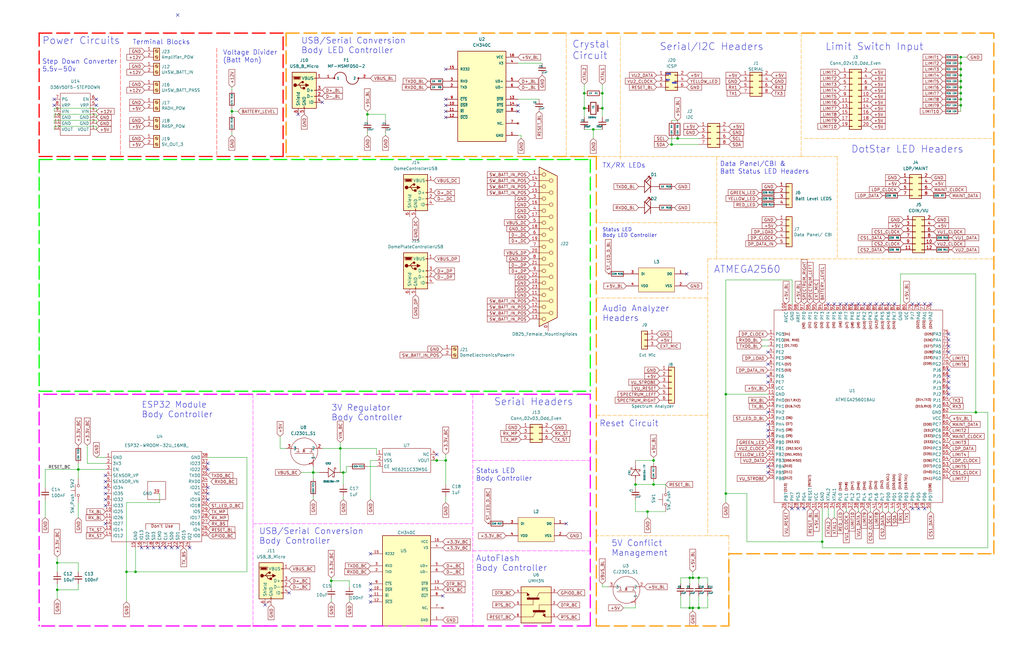
<source format=kicad_sch>
(kicad_sch (version 20211123) (generator eeschema)
  (paper "USLedger")
  (title_block (title "Body Controller") (date "2022-08-25") (rev "1.0") (company "Created by: Greg Hulette") (comment 1 "- ESP-NOW Gateway/Bridge") (comment 2 "- Creates WiFi Network ") (comment 3 "- Controls All Body Servos") (comment 4 "- Controls All Body LEDs"))
  (junction (at 292.1 243.84))
  (junction (at 144.78 199.39))
  (junction (at 143.51 189.23))
  (junction (at 405.13 39.37))
  (junction (at 275.59 194.31))
  (junction (at 250.19 54.61))
  (junction (at 285.75 58.42))
  (junction (at 254 45.72))
  (junction (at 24.13 237.49))
  (junction (at 57.15 241.3))
  (junction (at 246.38 39.37))
  (junction (at 294.64 256.54))
  (junction (at 405.13 29.21))
  (junction (at 246.38 45.72))
  (junction (at 33.02 198.12))
  (junction (at 283.21 60.96))
  (junction (at 154.94 48.26))
  (junction (at 246.3862 45.7262))
  (junction (at 53.34 241.3))
  (junction (at 275.59 204.47))
  (junction (at 346.71 228.6))
  (junction (at 306.07 166.37))
  (junction (at 405.13 26.67))
  (junction (at 254 39.37))
  (junction (at 405.13 31.75))
  (junction (at 290.83 256.54))
  (junction (at 405.13 36.83))
  (junction (at 273.05 215.9))
  (junction (at 306.07 208.28))
  (junction (at 405.13 41.91))
  (junction (at 292.1 256.54))
  (junction (at 187.96 194.31))
  (junction (at 24.13 248.92))
  (junction (at 184.15 194.31))
  (junction (at 405.13 44.45))
  (junction (at 411.48 173.99))
  (junction (at 405.13 34.29))
  (junction (at 139.7 245.11))
  (junction (at 132.08 199.39))
  (junction (at 405.13 24.13))
  (junction (at 294.64 243.84))
  (junction (at 97.79 46.99))
  (junction (at 290.83 243.84))
  (junction (at 267.97 204.47))
  (no_connect (at 156.21 248.92))
  (no_connect (at 156.21 254))
  (no_connect (at 156.21 246.38))
  (no_connect (at 156.21 251.46))
  (no_connect (at 156.21 233.68))
  (no_connect (at 186.69 251.46))
  (no_connect (at 187.96 49.53))
  (no_connect (at 187.96 41.91))
  (no_connect (at 67.31 231.14))
  (no_connect (at 69.85 231.14))
  (no_connect (at 72.39 231.14))
  (no_connect (at 74.93 231.14))
  (no_connect (at 59.69 231.14))
  (no_connect (at 62.23 231.14))
  (no_connect (at 64.77 231.14))
  (no_connect (at 44.45 200.66))
  (no_connect (at 44.45 203.2))
  (no_connect (at 87.63 208.28))
  (no_connect (at 87.63 205.74))
  (no_connect (at 87.63 198.12))
  (no_connect (at 87.63 195.58))
  (no_connect (at 44.45 208.28))
  (no_connect (at 44.45 210.82))
  (no_connect (at 44.45 205.74))
  (no_connect (at 44.45 213.36))
  (no_connect (at 44.45 220.98))
  (no_connect (at 80.01 231.14))
  (no_connect (at 40.64 44.45))
  (no_connect (at 40.64 41.91))
  (no_connect (at 22.86 41.91))
  (no_connect (at 22.86 44.45))
  (no_connect (at 238.76 220.98))
  (no_connect (at 187.96 46.99))
  (no_connect (at 187.96 44.45))
  (no_connect (at 135.89 43.18))
  (no_connect (at 289.56 115.57))
  (no_connect (at 74.93 6.35))
  (no_connect (at 184.15 191.77))
  (no_connect (at 218.44 44.45))
  (no_connect (at 87.63 210.82))
  (no_connect (at 323.85 179.07))
  (no_connect (at 187.96 29.21))
  (no_connect (at 121.92 250.19))
  (no_connect (at 111.76 255.27))
  (no_connect (at 349.25 128.27))
  (no_connect (at 351.79 128.27))
  (no_connect (at 323.85 199.39))
  (no_connect (at 323.85 196.85))
  (no_connect (at 323.85 161.29))
  (no_connect (at 323.85 158.75))
  (no_connect (at 339.09 214.63))
  (no_connect (at 336.55 214.63))
  (no_connect (at 334.01 214.63))
  (no_connect (at 323.85 184.15))
  (no_connect (at 323.85 181.61))
  (no_connect (at 323.85 173.99))
  (no_connect (at 323.85 153.67))
  (no_connect (at 323.85 148.59))
  (no_connect (at 384.81 214.63))
  (no_connect (at 400.05 148.59))
  (no_connect (at 389.89 214.63))
  (no_connect (at 387.35 214.63))
  (no_connect (at 384.81 128.27))
  (no_connect (at 389.89 128.27))
  (no_connect (at 392.43 128.27))
  (no_connect (at 387.35 128.27))
  (no_connect (at 400.05 140.97))
  (no_connect (at 400.05 143.51))
  (no_connect (at 400.05 146.05))
  (no_connect (at 400.05 156.21))
  (no_connect (at 400.05 158.75))
  (no_connect (at 400.05 161.29))
  (no_connect (at 400.05 163.83))
  (no_connect (at 400.05 166.37))
  (no_connect (at 354.33 128.27))
  (no_connect (at 356.87 128.27))
  (no_connect (at 372.11 128.27))
  (no_connect (at 374.65 128.27))
  (no_connect (at 377.19 128.27))
  (no_connect (at 359.41 128.27))
  (no_connect (at 361.95 128.27))
  (no_connect (at 364.49 128.27))
  (no_connect (at 367.03 128.27))
  (no_connect (at 369.57 128.27))
  (no_connect (at 218.44 46.99))
  (no_connect (at 125.73 48.26))
  (wire (pts (xy 367.03 215.9) (xy 367.03 214.63)))
  (wire (pts (xy 290.83 256.54) (xy 292.1 256.54)))
  (wire (pts (xy 273.05 215.9) (xy 267.97 215.9)))
  (polyline (pts (xy 298.45 125.73) (xy 298.45 175.26)) (stroke (width 0) (color 255 153 0 1)))
  (wire (pts (xy 405.13 31.75) (xy 405.13 34.29)))
  (wire (pts (xy 267.97 194.31) (xy 275.59 194.31)))
  (wire (pts (xy 292.1 256.54) (xy 294.64 256.54)))
  (polyline (pts (xy 50.8 20.32) (xy 50.8 66.04)) (stroke (width 0) (color 255 0 0 1)))
  (wire (pts (xy 411.48 173.99) (xy 416.56 173.99)))
  (wire (pts (xy 351.79 218.44) (xy 351.79 214.63)))
  (wire (pts (xy 154.94 46.99) (xy 154.94 48.26)))
  (wire (pts (xy 405.13 26.67) (xy 405.13 29.21)))
  (wire (pts (xy 154.94 55.88) (xy 154.94 57.15)))
  (polyline (pts (xy 120.65 13.97) (xy 120.65 66.04)) (stroke (width 0.5) (color 255 153 0 1)))
  (wire (pts (xy 187.96 209.55) (xy 187.96 212.09)))
  (wire (pts (xy 181.61 194.31) (xy 184.15 194.31)))
  (wire (pts (xy 24.13 248.92) (xy 24.13 252.73)))
  (wire (pts (xy 377.19 215.9) (xy 377.19 214.63)))
  (wire (pts (xy 246.38 45.72) (xy 246.3862 45.7262)))
  (wire (pts (xy 321.31 143.51) (xy 323.85 143.51)))
  (polyline (pts (xy 16.51 66.04) (xy 119.38 66.04)) (stroke (width 0.5) (color 255 0 0 1)))
  (wire (pts (xy 292.1 243.84) (xy 294.64 243.84)))
  (polyline (pts (xy 419.1 233.68) (xy 419.1 13.97)) (stroke (width 0.5) (color 255 153 0 1)))
  (polyline (pts (xy 248.92 264.16) (xy 199.39 264.16)) (stroke (width 0.5) (color 255 0 255 1)))
  (wire (pts (xy 158.75 189.23) (xy 158.75 191.77)))
  (wire (pts (xy 267.97 204.47) (xy 267.97 205.74)))
  (wire (pts (xy 285.75 58.42) (xy 294.64 58.42)))
  (wire (pts (xy 184.15 194.31) (xy 187.96 194.31)))
  (polyline (pts (xy 248.92 166.37) (xy 16.51 166.37)) (stroke (width 0.5) (color 255 0 255 1)))
  (wire (pts (xy 118.11 189.23) (xy 120.65 189.23)))
  (wire (pts (xy 135.89 189.23) (xy 143.51 189.23)))
  (wire (pts (xy 22.86 48.26) (xy 40.64 48.26)))
  (wire (pts (xy 40.64 45.72) (xy 40.64 46.99)))
  (wire (pts (xy 254 39.37) (xy 254 45.72)))
  (polyline (pts (xy 113.03 264.16) (xy 16.51 264.16)) (stroke (width 0.5) (color 255 0 255 1)))
  (wire (pts (xy 19.05 198.12) (xy 33.02 198.12)))
  (wire (pts (xy 19.05 210.82) (xy 19.05 218.44)))
  (wire (pts (xy 416.56 231.14) (xy 346.71 231.14)))
  (wire (pts (xy 246.38 39.37) (xy 246.38 45.72)))
  (wire (pts (xy 146.05 196.85) (xy 147.32 196.85)))
  (wire (pts (xy 154.94 48.26) (xy 154.94 50.8)))
  (polyline (pts (xy 248.92 220.98) (xy 248.92 264.16)) (stroke (width 0.5) (color 255 0 255 1)))
  (wire (pts (xy 219.71 57.15) (xy 219.71 58.42)))
  (wire (pts (xy 53.34 212.09) (xy 53.34 241.3)))
  (wire (pts (xy 33.02 241.3) (xy 33.02 237.49)))
  (polyline (pts (xy 238.76 66.04) (xy 251.46 66.04)) (stroke (width 0) (color 255 153 0 1)))
  (wire (pts (xy 158.75 194.31) (xy 156.21 194.31)))
  (wire (pts (xy 374.65 215.9) (xy 374.65 214.63)))
  (wire (pts (xy 218.44 57.15) (xy 219.71 57.15)))
  (wire (pts (xy 162.56 48.26) (xy 154.94 48.26)))
  (wire (pts (xy 267.97 215.9) (xy 267.97 210.82)))
  (wire (pts (xy 262.89 256.54) (xy 267.97 256.54)))
  (polyline (pts (xy 106.68 220.98) (xy 199.39 220.98)) (stroke (width 0) (color 255 0 255 1)))
  (wire (pts (xy 356.87 215.9) (xy 356.87 214.63)))
  (wire (pts (xy 143.51 199.39) (xy 144.78 199.39)))
  (wire (pts (xy 405.13 24.13) (xy 407.67 24.13)))
  (wire (pts (xy 306.07 118.11) (xy 306.07 166.37)))
  (polyline (pts (xy 199.39 166.37) (xy 199.39 220.98)) (stroke (width 0) (color 255 0 255 1)))
  (wire (pts (xy 379.73 128.27) (xy 379.73 115.57)))
  (polyline (pts (xy 302.26 66.04) (xy 302.26 93.98)) (stroke (width 0) (color 255 153 0 1)))
  (polyline (pts (xy 337.82 66.04) (xy 353.06 66.04)) (stroke (width 0) (color 255 153 0 1)))
  (wire (pts (xy 346.71 231.14) (xy 346.71 228.6)))
  (wire (pts (xy 22.86 49.53) (xy 22.86 48.26)))
  (wire (pts (xy 143.51 189.23) (xy 143.51 199.39)))
  (polyline (pts (xy 251.46 264.16) (xy 307.34 264.16)) (stroke (width 0.5) (type dash) (color 255 153 0 1)))
  (wire (pts (xy 283.21 60.96) (xy 294.64 60.96)))
  (wire (pts (xy 22.86 54.61) (xy 22.86 53.34)))
  (polyline (pts (xy 307.34 226.06) (xy 303.53 226.06)) (stroke (width 0) (color 255 153 0 1)))
  (polyline (pts (xy 251.46 66.04) (xy 251.46 264.16)) (stroke (width 0.5) (type dash) (color 255 153 0 1)))
  (wire (pts (xy 67.31 212.09) (xy 53.34 212.09)))
  (wire (pts (xy 118.11 184.15) (xy 118.11 189.23)))
  (polyline (pts (xy 234.95 67.31) (xy 248.92 67.31)) (stroke (width 0.5) (color 0 255 0 1)))
  (polyline (pts (xy 107.95 67.31) (xy 234.95 67.31)) (stroke (width 0.5) (color 0 255 0 1)))
  (wire (pts (xy 22.86 52.07) (xy 22.86 50.8)))
  (wire (pts (xy 147.32 252.73) (xy 147.32 254)))
  (wire (pts (xy 57.15 241.3) (xy 53.34 241.3)))
  (wire (pts (xy 298.45 251.46) (xy 298.45 256.54)))
  (polyline (pts (xy 298.45 109.22) (xy 298.45 125.73)) (stroke (width 0) (color 255 153 0 1)))
  (wire (pts (xy 147.32 247.65) (xy 147.32 245.11)))
  (wire (pts (xy 40.64 48.26) (xy 40.64 49.53)))
  (wire (pts (xy 40.64 53.34) (xy 40.64 54.61)))
  (wire (pts (xy 139.7 245.11) (xy 139.7 247.65)))
  (wire (pts (xy 132.08 199.39) (xy 132.08 201.93)))
  (polyline (pts (xy 298.45 125.73) (xy 251.46 125.73)) (stroke (width 0) (color 255 153 0 1)))
  (wire (pts (xy 321.31 146.05) (xy 323.85 146.05)))
  (wire (pts (xy 24.13 246.38) (xy 24.13 248.92)))
  (wire (pts (xy 97.79 45.72) (xy 97.79 46.99)))
  (wire (pts (xy 411.48 115.57) (xy 411.48 173.99)))
  (wire (pts (xy 144.78 199.39) (xy 146.05 199.39)))
  (polyline (pts (xy 298.45 175.26) (xy 298.45 226.06)) (stroke (width 0) (color 255 153 0 1)))
  (wire (pts (xy 292.1 241.3) (xy 292.1 243.84)))
  (wire (pts (xy 294.64 243.84) (xy 294.64 246.38)))
  (polyline (pts (xy 248.92 67.31) (xy 248.92 165.1)) (stroke (width 0.5) (color 0 255 0 1)))
  (wire (pts (xy 273.05 215.9) (xy 280.67 215.9)))
  (polyline (pts (xy 91.44 20.32) (xy 91.44 66.04)) (stroke (width 0) (color 255 0 0 1)))
  (wire (pts (xy 306.07 208.28) (xy 306.07 212.09)))
  (polyline (pts (xy 120.65 66.04) (xy 251.46 66.04)) (stroke (width 0.5) (color 255 153 0 1)))
  (polyline (pts (xy 307.34 264.16) (xy 307.34 233.68)) (stroke (width 0.5) (color 255 153 0 1)))
  (wire (pts (xy 250.19 54.61) (xy 250.19 58.42)))
  (wire (pts (xy 246.38 45.72) (xy 246.38 49.53)))
  (wire (pts (xy 405.13 41.91) (xy 405.13 44.45)))
  (wire (pts (xy 283.21 60.96) (xy 283.21 58.42)))
  (wire (pts (xy 254 246.38) (xy 254 247.65)))
  (polyline (pts (xy 16.51 67.31) (xy 16.51 165.1)) (stroke (width 0.5) (color 0 255 0 1)))
  (wire (pts (xy 254 247.65) (xy 256.54 247.65)))
  (wire (pts (xy 280.67 205.74) (xy 280.67 204.47)))
  (wire (pts (xy 22.86 53.34) (xy 40.64 53.34)))
  (wire (pts (xy 218.44 26.67) (xy 228.6 26.67)))
  (polyline (pts (xy 353.06 66.04) (xy 353.06 109.22)) (stroke (width 0) (color 255 153 0 1)))
  (wire (pts (xy 162.56 50.8) (xy 162.56 48.26)))
  (polyline (pts (xy 119.38 66.04) (xy 119.38 13.97)) (stroke (width 0.5) (color 255 0 0 1)))
  (wire (pts (xy 287.02 243.84) (xy 290.83 243.84)))
  (wire (pts (xy 254 35.56) (xy 254 39.37)))
  (wire (pts (xy 372.11 215.9) (xy 372.11 214.63)))
  (polyline (pts (xy 307.34 226.06) (xy 307.34 264.16)) (stroke (width 0) (color 255 153 0 1)))
  (wire (pts (xy 290.83 251.46) (xy 290.83 256.54)))
  (wire (pts (xy 306.07 166.37) (xy 306.07 208.28)))
  (wire (pts (xy 22.86 45.72) (xy 40.64 45.72)))
  (polyline (pts (xy 120.65 13.97) (xy 419.1 13.97)) (stroke (width 0.5) (color 255 153 0 1)))
  (polyline (pts (xy 16.51 166.37) (xy 16.51 264.16)) (stroke (width 0.5) (color 255 0 255 1)))
  (wire (pts (xy 290.83 243.84) (xy 290.83 246.38)))
  (wire (pts (xy 294.64 251.46) (xy 294.64 256.54)))
  (wire (pts (xy 22.86 46.99) (xy 22.86 45.72)))
  (wire (pts (xy 146.05 196.85) (xy 146.05 199.39)))
  (wire (pts (xy 246.38 35.56) (xy 246.38 39.37)))
  (polyline (pts (xy 337.82 13.97) (xy 337.82 66.04)) (stroke (width 0) (color 255 153 0 1)))
  (wire (pts (xy 287.02 251.46) (xy 287.02 256.54)))
  (wire (pts (xy 139.7 252.73) (xy 139.7 254)))
  (wire (pts (xy 287.02 243.84) (xy 287.02 246.38)))
  (wire (pts (xy 405.13 24.13) (xy 405.13 26.67)))
  (wire (pts (xy 33.02 212.09) (xy 33.02 218.44)))
  (wire (pts (xy 44.45 193.04) (xy 40.64 193.04)))
  (wire (pts (xy 267.97 255.27) (xy 267.97 256.54)))
  (wire (pts (xy 19.05 205.74) (xy 19.05 198.12)))
  (wire (pts (xy 405.13 44.45) (xy 405.13 46.99)))
  (polyline (pts (xy 339.09 58.42) (xy 419.1 58.42)) (stroke (width 0) (color 255 153 0 1)))
  (wire (pts (xy 306.07 166.37) (xy 323.85 166.37)))
  (wire (pts (xy 33.02 246.38) (xy 33.02 248.92)))
  (wire (pts (xy 97.79 57.15) (xy 97.79 55.88)))
  (wire (pts (xy 275.59 193.04) (xy 275.59 194.31)))
  (wire (pts (xy 36.83 187.96) (xy 36.83 195.58)))
  (wire (pts (xy 132.08 199.39) (xy 134.62 199.39)))
  (wire (pts (xy 405.13 36.83) (xy 405.13 39.37)))
  (wire (pts (xy 24.13 234.95) (xy 24.13 237.49)))
  (wire (pts (xy 379.73 115.57) (xy 411.48 115.57)))
  (wire (pts (xy 104.14 193.04) (xy 104.14 241.3)))
  (polyline (pts (xy 199.39 194.31) (xy 248.92 194.31)) (stroke (width 0) (color 255 0 255 1)))
  (wire (pts (xy 314.96 228.6) (xy 314.96 208.28)))
  (wire (pts (xy 250.19 54.61) (xy 254 54.61)))
  (wire (pts (xy 314.96 208.28) (xy 306.07 208.28)))
  (wire (pts (xy 267.97 204.47) (xy 275.59 204.47)))
  (polyline (pts (xy 419.1 109.22) (xy 298.45 109.22)) (stroke (width 0) (color 255 153 0 1)))
  (polyline (pts (xy 337.82 66.04) (xy 238.76 66.04)) (stroke (width 0) (color 255 153 0 1)))
  (polyline (pts (xy 16.51 166.37) (xy 16.51 166.37)) (stroke (width 0.5) (color 255 0 255 1)))
  (polyline (pts (xy 16.51 165.1) (xy 248.92 165.1)) (stroke (width 0.5) (color 0 255 0 1)))
  (wire (pts (xy 104.14 241.3) (xy 57.15 241.3)))
  (polyline (pts (xy 199.39 222.25) (xy 199.39 264.16)) (stroke (width 0) (color 255 0 255 1)))
  (wire (pts (xy 405.13 34.29) (xy 405.13 36.83)))
  (wire (pts (xy 40.64 50.8) (xy 40.64 52.07)))
  (wire (pts (xy 36.83 195.58) (xy 44.45 195.58)))
  (wire (pts (xy 349.25 218.44) (xy 349.25 214.63)))
  (wire (pts (xy 144.78 199.39) (xy 144.78 204.47)))
  (wire (pts (xy 127 199.39) (xy 132.08 199.39)))
  (polyline (pts (xy 302.26 93.98) (xy 251.46 93.98)) (stroke (width 0) (color 255 153 0 1)))
  (wire (pts (xy 275.59 204.47) (xy 280.67 204.47)))
  (wire (pts (xy 139.7 243.84) (xy 139.7 245.11)))
  (wire (pts (xy 147.32 245.11) (xy 139.7 245.11)))
  (wire (pts (xy 33.02 198.12) (xy 44.45 198.12)))
  (wire (pts (xy 292.1 256.54) (xy 292.1 257.81)))
  (polyline (pts (xy 16.51 13.97) (xy 16.51 66.04)) (stroke (width 0.5) (color 255 0 0 1)))
  (wire (pts (xy 132.08 196.85) (xy 132.08 199.39)))
  (wire (pts (xy 287.02 256.54) (xy 290.83 256.54)))
  (wire (pts (xy 283.21 50.8) (xy 285.75 50.8)))
  (wire (pts (xy 298.45 243.84) (xy 298.45 246.38)))
  (wire (pts (xy 97.79 46.99) (xy 97.79 48.26)))
  (wire (pts (xy 334.01 118.11) (xy 306.07 118.11)))
  (wire (pts (xy 334.01 128.27) (xy 334.01 118.11)))
  (wire (pts (xy 227.33 41.91) (xy 218.44 41.91)))
  (polyline (pts (xy 251.46 175.26) (xy 298.45 175.26)) (stroke (width 0) (color 255 153 0 1)))
  (wire (pts (xy 144.78 209.55) (xy 144.78 210.82)))
  (wire (pts (xy 156.21 194.31) (xy 156.21 210.82)))
  (wire (pts (xy 24.13 237.49) (xy 33.02 237.49)))
  (wire (pts (xy 87.63 193.04) (xy 104.14 193.04)))
  (wire (pts (xy 405.13 29.21) (xy 405.13 31.75)))
  (wire (pts (xy 33.02 195.58) (xy 33.02 198.12)))
  (polyline (pts (xy 261.62 15.24) (xy 261.62 67.31)) (stroke (width 0) (color 255 153 0 1)))
  (wire (pts (xy 22.86 50.8) (xy 40.64 50.8)))
  (wire (pts (xy 275.59 194.31) (xy 275.59 195.58)))
  (wire (pts (xy 187.96 194.31) (xy 187.96 204.47)))
  (wire (pts (xy 162.56 55.88) (xy 162.56 57.15)))
  (wire (pts (xy 24.13 237.49) (xy 24.13 241.3)))
  (wire (pts (xy 392.43 215.9) (xy 392.43 214.63)))
  (wire (pts (xy 154.94 196.85) (xy 158.75 196.85)))
  (wire (pts (xy 416.56 173.99) (xy 416.56 231.14)))
  (wire (pts (xy 275.59 204.47) (xy 275.59 203.2)))
  (polyline (pts (xy 302.26 93.98) (xy 302.26 109.22)) (stroke (width 0) (color 255 153 0 1)))
  (wire (pts (xy 294.64 256.54) (xy 298.45 256.54)))
  (wire (pts (xy 33.02 198.12) (xy 33.02 201.93)))
  (wire (pts (xy 254 45.72) (xy 254 49.53)))
  (wire (pts (xy 400.05 173.99) (xy 411.48 173.99)))
  (wire (pts (xy 143.51 189.23) (xy 158.75 189.23)))
  (wire (pts (xy 143.51 186.69) (xy 143.51 189.23)))
  (wire (pts (xy 246.38 54.61) (xy 250.19 54.61)))
  (wire (pts (xy 132.08 209.55) (xy 132.08 210.82)))
  (wire (pts (xy 33.02 248.92) (xy 24.13 248.92)))
  (polyline (pts (xy 16.51 67.31) (xy 107.95 67.31)) (stroke (width 0.5) (color 0 255 0 1)))
  (wire (pts (xy 57.15 231.14) (xy 57.15 241.3)))
  (wire (pts (xy 405.13 39.37) (xy 405.13 41.91)))
  (polyline (pts (xy 307.34 226.06) (xy 251.46 226.06)) (stroke (width 0) (color 255 153 0 1)))
  (wire (pts (xy 97.79 36.83) (xy 97.79 38.1)))
  (polyline (pts (xy 238.76 13.97) (xy 238.76 66.04)) (stroke (width 0) (color 255 153 0 1)))
  (wire (pts (xy 290.83 243.84) (xy 292.1 243.84)))
  (wire (pts (xy 361.95 215.9) (xy 361.95 214.63)))
  (polyline (pts (xy 307.34 233.68) (xy 419.1 233.68)) (stroke (width 0.5) (color 255 153 0 1)))
  (wire (pts (xy 97.79 46.99) (xy 100.33 46.99)))
  (polyline (pts (xy 119.38 13.97) (xy 16.51 13.97)) (stroke (width 0.5) (color 255 0 0 1)))
  (wire (pts (xy 281.94 60.96) (xy 283.21 60.96)))
  (polyline (pts (xy 106.68 166.37) (xy 106.68 264.16)) (stroke (width 0) (color 255 0 255 1)))
  (wire (pts (xy 294.64 243.84) (xy 298.45 243.84)))
  (wire (pts (xy 281.94 58.42) (xy 285.75 58.42)))
  (polyline (pts (xy 199.39 264.16) (xy 106.68 264.16)) (stroke (width 0.5) (color 255 0 255 1)))
  (polyline (pts (xy 199.39 232.41) (xy 248.92 232.41)) (stroke (width 0) (color 255 0 255 1)))
  (polyline (pts (xy 248.92 220.98) (xy 248.92 166.37)) (stroke (width 0.5) (color 255 0 255 1)))
  (wire (pts (xy 67.31 208.28) (xy 67.31 212.09)))
  (wire (pts (xy 53.34 241.3) (xy 53.34 254)))
  (wire (pts (xy 273.05 215.9) (xy 273.05 218.44)))
  (wire (pts (xy 346.71 228.6) (xy 314.96 228.6)))
  (wire (pts (xy 346.71 214.63) (xy 346.71 228.6)))
  (wire (pts (xy 187.96 191.77) (xy 187.96 194.31)))
  (text "MISO" (at 280.67 31.75 0) (effects (font (size 0.6 0.6)) (justify left bottom)))
  (text "Status LED \nBody Controller" (at 200.66 203.2 0) (effects (font (size 2 2)) (justify left bottom)))
  (text "Limit Switch Input" (at 347.98 21.59 0) (effects (font (size 3 3)) (justify left bottom)))
  (text "ESP32 Module \nBody Controller" (at 59.69 176.53 0) (effects (font (size 2.54 2.54)) (justify left bottom)))
  (text "Serial/I2C Headers" (at 278.13 21.59 0) (effects (font (size 3 3)) (justify left bottom)))
  (text "Voltage Divider \n(Batt Mon)" (at 93.98 26.67 0) (effects (font (size 2 2)) (justify left bottom)))
  (text "3V Regulator\nBody Controller\n" (at 139.7 177.8 0) (effects (font (size 2.54 2.54)) (justify left bottom)))
  (text "Power Circuits" (at 17.78 19.05 0) (effects (font (size 3 3)) (justify left bottom)))
  (text "Step Down Converter\n5.5v-50v" (at 17.78 30.48 0) (effects (font (size 2 2)) (justify left bottom)))
  (text "AutoFlash\nBody Controller" (at 200.66 241.3 0) (effects (font (size 2.54 2.54)) (justify left bottom)))
  (text "Crystal \nCircuit" (at 241.3 25.4 0) (effects (font (size 3 3)) (justify left bottom)))
  (text "Status LED\nBody LED Controller" (at 254 100.33 0) (effects (font (size 1.5 1.5)) (justify left bottom)))
  (text "USB/Serial Conversion \nBody Controller" (at 109.22 229.87 0) (effects (font (size 2.54 2.54)) (justify left bottom)))
  (text "SCK" (at 280.67 34.29 0) (effects (font (size 0.6 0.6)) (justify left bottom)))
  (text "MOSI" (at 283.21 35.56 0) (effects (font (size 0.6 0.6)) (justify left bottom)))
  (text "Reset Circuit" (at 252.73 180.34 0) (effects (font (size 2.54 2.54)) (justify left bottom)))
  (text "TX/RX LEDs" (at 254 71.12 0) (effects (font (size 2 2)) (justify left bottom)))
  (text "Data Panel/CBI & \nBatt Status LED Headers" (at 303.53 73.66 0) (effects (font (size 2 2)) (justify left bottom)))
  (text "ATMEGA2560" (at 300.99 115.57 0) (effects (font (size 3 3)) (justify left bottom)))
  (text "5V Conflict \nManagement" (at 257.81 234.95 0) (effects (font (size 2.54 2.54)) (justify left bottom)))
  (text "DotStar LED Headers" (at 358.8787 64.8521 0) (effects (font (size 3 3)) (justify left bottom)))
  (text "Audio Analyzer\nHeaders" (at 254 135.89 0) (effects (font (size 2.54 2.54)) (justify left bottom)))
  (text "USB/Serial Conversion \nBody LED Controller" (at 127 22.86 0) (effects (font (size 2.54 2.54)) (justify left bottom)))
  (text "Serial Headers" (at 208.28 171.45 0) (effects (font (size 3 3)) (justify left bottom)))
  (text "Terminal Blocks" (at 55.88 19.05 0) (effects (font (size 2 2)) (justify left bottom)))
  (label "RESET_BC" (at 20.32 198.12 0))
  (global_label "RX_MP" (shape input) (at 87.63 218.44 0) (property "Intersheet References" "${INTERSHEET_REFS}" (effects hide)))
  (global_label "+5V" (shape input) (at 327.66 95.25 180) (property "Intersheet References" "${INTERSHEET_REFS}" (effects hide)))
  (global_label "GND" (shape input) (at 223.52 83.82 180) (property "Intersheet References" "${INTERSHEET_REFS}" (effects hide)))
  (global_label "+3.3V_BC" (shape input) (at 139.7 243.84 90) (property "Intersheet References" "${INTERSHEET_REFS}" (effects hide)))
  (global_label "D+_BL" (shape input) (at 135.89 38.1 0) (property "Intersheet References" "${INTERSHEET_REFS}" (effects hide)))
  (global_label "LIMIT4" (shape input) (at 397.51 31.75 180) (property "Intersheet References" "${INTERSHEET_REFS}" (effects hide)))
  (global_label "GND" (shape input) (at 223.52 86.36 180) (property "Intersheet References" "${INTERSHEET_REFS}" (effects hide)))
  (global_label "TX_BS" (shape input) (at 77.47 231.14 270) (property "Intersheet References" "${INTERSHEET_REFS}" (effects hide)))
  (global_label "LIMIT4" (shape input) (at 354.33 38.1 180) (property "Intersheet References" "${INTERSHEET_REFS}" (effects hide)))
  (global_label "VU1_DATA" (shape input) (at 361.95 215.9 270) (property "Intersheet References" "${INTERSHEET_REFS}" (effects hide)))
  (global_label "VU1_CLOCK" (shape input) (at 356.87 215.9 270) (property "Intersheet References" "${INTERSHEET_REFS}" (effects hide)))
  (global_label "RX_MP" (shape input) (at 219.71 182.88 180) (property "Intersheet References" "${INTERSHEET_REFS}" (effects hide)))
  (global_label "RXD0_BL" (shape input) (at 269.24 87.63 180) (property "Intersheet References" "${INTERSHEET_REFS}" (effects hide)))
  (global_label "ST_LED_D_BL" (shape input) (at 323.85 176.53 180) (property "Intersheet References" "${INTERSHEET_REFS}" (effects hide)))
  (global_label "+5V" (shape input) (at 276.86 143.51 0) (property "Intersheet References" "${INTERSHEET_REFS}" (effects hide)))
  (global_label "BATTERY_LEVEL" (shape input) (at 100.33 46.99 0) (property "Intersheet References" "${INTERSHEET_REFS}" (effects hide)))
  (global_label "LIMIT1" (shape input) (at 354.33 30.48 180) (property "Intersheet References" "${INTERSHEET_REFS}" (effects hide)))
  (global_label "GND" (shape input) (at 147.32 254 270) (property "Intersheet References" "${INTERSHEET_REFS}" (effects hide)))
  (global_label "GND_DC" (shape input) (at 223.52 96.52 180) (property "Intersheet References" "${INTERSHEET_REFS}" (effects hide)))
  (global_label "GND" (shape input) (at 219.71 58.42 270) (property "Intersheet References" "${INTERSHEET_REFS}" (effects hide)))
  (global_label "GND" (shape input) (at 144.78 210.82 270) (property "Intersheet References" "${INTERSHEET_REFS}" (effects hide)))
  (global_label "GND" (shape input) (at 186.69 261.62 0) (property "Intersheet References" "${INTERSHEET_REFS}" (effects hide)))
  (global_label "CS2_DATA" (shape input) (at 373.38 105.41 180) (property "Intersheet References" "${INTERSHEET_REFS}" (effects hide)))
  (global_label "VU_RESET" (shape input) (at 278.13 163.83 180) (property "Intersheet References" "${INTERSHEET_REFS}" (effects hide)))
  (global_label "+5V" (shape input) (at 60.96 60.96 180) (property "Intersheet References" "${INTERSHEET_REFS}" (effects hide)))
  (global_label "LIMIT7" (shape input) (at 400.05 201.93 0) (property "Intersheet References" "${INTERSHEET_REFS}" (effects hide)))
  (global_label "GND" (shape input) (at 223.52 91.44 180) (property "Intersheet References" "${INTERSHEET_REFS}" (effects hide)))
  (global_label "GND" (shape input) (at 162.56 57.15 270) (property "Intersheet References" "${INTERSHEET_REFS}" (effects hide)))
  (global_label "CS2_CLOCK" (shape input) (at 367.03 215.9 270) (property "Intersheet References" "${INTERSHEET_REFS}" (effects hide)))
  (global_label "XTAL1" (shape input) (at 351.79 218.44 270) (property "Intersheet References" "${INTERSHEET_REFS}" (effects hide)))
  (global_label "+5V" (shape input) (at 289.56 31.75 0) (property "Intersheet References" "${INTERSHEET_REFS}" (effects hide)))
  (global_label "GREEN_LED" (shape input) (at 323.85 186.69 180) (property "Intersheet References" "${INTERSHEET_REFS}" (effects hide)))
  (global_label "DTR_BC" (shape input) (at 217.17 250.19 180) (property "Intersheet References" "${INTERSHEET_REFS}" (effects hide)))
  (global_label "RX3" (shape input) (at 400.05 171.45 0) (property "Intersheet References" "${INTERSHEET_REFS}" (effects hide)))
  (global_label "LIMIT3" (shape input) (at 400.05 186.69 0) (property "Intersheet References" "${INTERSHEET_REFS}" (effects hide)))
  (global_label "TX_ST" (shape input) (at 232.41 185.42 0) (property "Intersheet References" "${INTERSHEET_REFS}" (effects hide)))
  (global_label "RESET_BL" (shape input) (at 341.63 214.63 270) (property "Intersheet References" "${INTERSHEET_REFS}" (effects hide)))
  (global_label "D+_DC" (shape input) (at 223.52 101.6 180) (property "Intersheet References" "${INTERSHEET_REFS}" (effects hide)))
  (global_label "D-_DC" (shape input) (at 223.52 99.06 180) (property "Intersheet References" "${INTERSHEET_REFS}" (effects hide)))
  (global_label "GND_DC" (shape input) (at 175.26 91.44 270) (property "Intersheet References" "${INTERSHEET_REFS}" (effects hide)))
  (global_label "VBUS_DP" (shape input) (at 223.52 106.68 180) (property "Intersheet References" "${INTERSHEET_REFS}" (effects hide)))
  (global_label "RESET_BL" (shape input) (at 87.63 223.52 0) (property "Intersheet References" "${INTERSHEET_REFS}" (effects hide)))
  (global_label "GND" (shape input) (at 327.66 92.71 180) (property "Intersheet References" "${INTERSHEET_REFS}" (effects hide)))
  (global_label "+3.3V_BC" (shape input) (at 186.69 228.6 0) (property "Intersheet References" "${INTERSHEET_REFS}" (effects hide)))
  (global_label "+5V" (shape input) (at 367.03 40.64 0) (property "Intersheet References" "${INTERSHEET_REFS}" (effects hide)))
  (global_label "GREEN_LED" (shape input) (at 320.04 81.28 180) (property "Intersheet References" "${INTERSHEET_REFS}" (effects hide)))
  (global_label "RX3" (shape input) (at 325.12 36.83 0) (property "Intersheet References" "${INTERSHEET_REFS}" (effects hide)))
  (global_label "GND" (shape input) (at 40.64 193.04 90) (property "Intersheet References" "${INTERSHEET_REFS}" (effects hide)))
  (global_label "RESET_BL" (shape input) (at 280.67 204.47 0) (property "Intersheet References" "${INTERSHEET_REFS}" (effects hide)))
  (global_label "+5V" (shape input) (at 60.96 45.72 180) (property "Intersheet References" "${INTERSHEET_REFS}" (effects hide)))
  (global_label "LIMIT10" (shape input) (at 359.41 214.63 270) (property "Intersheet References" "${INTERSHEET_REFS}" (effects hide)))
  (global_label "+5V" (shape input) (at 367.03 45.72 0) (property "Intersheet References" "${INTERSHEET_REFS}" (effects hide)))
  (global_label "MAINT_CLOCK" (shape input) (at 392.43 80.01 0) (property "Intersheet References" "${INTERSHEET_REFS}" (effects hide)))
  (global_label "LIMIT8" (shape input) (at 354.33 48.26 180) (property "Intersheet References" "${INTERSHEET_REFS}" (effects hide)))
  (global_label "+5V" (shape input) (at 60.96 53.34 180) (property "Intersheet References" "${INTERSHEET_REFS}" (effects hide)))
  (global_label "LIMIT5" (shape input) (at 400.05 196.85 0) (property "Intersheet References" "${INTERSHEET_REFS}" (effects hide)))
  (global_label "LIMIT10" (shape input) (at 397.51 46.99 180) (property "Intersheet References" "${INTERSHEET_REFS}" (effects hide)))
  (global_label "RTS_BC" (shape input) (at 217.17 255.27 180) (property "Intersheet References" "${INTERSHEET_REFS}" (effects hide)))
  (global_label "SPECTRUM_RIGHT" (shape input) (at 339.09 128.27 90) (property "Intersheet References" "${INTERSHEET_REFS}" (effects hide)))
  (global_label "GND" (shape input) (at 132.08 210.82 270) (property "Intersheet References" "${INTERSHEET_REFS}" (effects hide)))
  (global_label "+5V" (shape input) (at 325.12 31.75 0) (property "Intersheet References" "${INTERSHEET_REFS}" (effects hide)))
  (global_label "GND" (shape input) (at 187.96 212.09 270) (property "Intersheet References" "${INTERSHEET_REFS}" (effects hide)))
  (global_label "VU2_DATA" (shape input) (at 401.32 105.41 0) (property "Intersheet References" "${INTERSHEET_REFS}" (effects hide)))
  (global_label "+5V_BL" (shape input) (at 292.1 241.3 90) (property "Intersheet References" "${INTERSHEET_REFS}" (effects hide)))
  (global_label "LIMIT7" (shape input) (at 354.33 45.72 180) (property "Intersheet References" "${INTERSHEET_REFS}" (effects hide)))
  (global_label "VU2_CLOCK" (shape input) (at 276.86 34.29 180) (property "Intersheet References" "${INTERSHEET_REFS}" (effects hide)))
  (global_label "GND" (shape input) (at 60.96 35.56 180) (property "Intersheet References" "${INTERSHEET_REFS}" (effects hide)))
  (global_label "CS2_DATA" (shape input) (at 372.11 215.9 270) (property "Intersheet References" "${INTERSHEET_REFS}" (effects hide)))
  (global_label "GND" (shape input) (at 228.6 31.75 270) (property "Intersheet References" "${INTERSHEET_REFS}" (effects hide)))
  (global_label "VBUS_BL" (shape input) (at 156.21 33.02 0) (property "Intersheet References" "${INTERSHEET_REFS}" (effects hide)))
  (global_label "VBUS_BL" (shape input) (at 254 246.38 90) (property "Intersheet References" "${INTERSHEET_REFS}" (effects hide)))
  (global_label "GND_DP" (shape input) (at 175.26 124.46 270) (property "Intersheet References" "${INTERSHEET_REFS}" (effects hide)))
  (global_label "RXD0_BC" (shape input) (at 156.21 241.3 180) (property "Intersheet References" "${INTERSHEET_REFS}" (effects hide)))
  (global_label "+5V" (shape input) (at 118.11 184.15 90) (property "Intersheet References" "${INTERSHEET_REFS}" (effects hide)))
  (global_label "YELLOW_LED" (shape input) (at 323.85 191.77 180) (property "Intersheet References" "${INTERSHEET_REFS}" (effects hide)))
  (global_label "DTR_BC" (shape input) (at 186.69 246.38 0) (property "Intersheet References" "${INTERSHEET_REFS}" (effects hide)))
  (global_label "D-_BL" (shape input) (at 135.89 40.64 0) (property "Intersheet References" "${INTERSHEET_REFS}" (effects hide)))
  (global_label "VIN_BC" (shape input) (at 143.51 186.69 90) (property "Intersheet References" "${INTERSHEET_REFS}" (effects hide)))
  (global_label "VBUS_BC" (shape input) (at 127 199.39 180) (property "Intersheet References" "${INTERSHEET_REFS}" (effects hide)))
  (global_label "TX_MP" (shape input) (at 87.63 215.9 0) (property "Intersheet References" "${INTERSHEET_REFS}" (effects hide)))
  (global_label "MAINT_DATA" (shape input) (at 400.05 179.07 0) (property "Intersheet References" "${INTERSHEET_REFS}" (effects hide)))
  (global_label "LIMIT5" (shape input) (at 397.51 34.29 180) (property "Intersheet References" "${INTERSHEET_REFS}" (effects hide)))
  (global_label "LIMIT9" (shape input) (at 354.33 50.8 180) (property "Intersheet References" "${INTERSHEET_REFS}" (effects hide)))
  (global_label "LIMIT10" (shape input) (at 354.33 53.34 180) (property "Intersheet References" "${INTERSHEET_REFS}" (effects hide)))
  (global_label "YELLOW_LED" (shape input) (at 289.56 34.29 0) (property "Intersheet References" "${INTERSHEET_REFS}" (effects hide)))
  (global_label "GND" (shape input) (at 232.41 180.34 0) (property "Intersheet References" "${INTERSHEET_REFS}" (effects hide)))
  (global_label "LIMIT7" (shape input) (at 397.51 39.37 180) (property "Intersheet References" "${INTERSHEET_REFS}" (effects hide)))
  (global_label "RX_ST" (shape input) (at 44.45 226.06 180) (property "Intersheet References" "${INTERSHEET_REFS}" (effects hide)))
  (global_label "+5V" (shape input) (at 278.13 158.75 180) (property "Intersheet References" "${INTERSHEET_REFS}" (effects hide)))
  (global_label "GND" (shape input) (at 327.66 78.74 180) (property "Intersheet References" "${INTERSHEET_REFS}" (effects hide)))
  (global_label "LDP_DATA" (shape input) (at 400.05 189.23 0) (property "Intersheet References" "${INTERSHEET_REFS}" (effects hide)))
  (global_label "GND" (shape input) (at 238.76 226.06 0) (property "Intersheet References" "${INTERSHEET_REFS}" (effects hide)))
  (global_label "SW_BATT_IN_POS" (shape input) (at 223.52 127 180) (property "Intersheet References" "${INTERSHEET_REFS}" (effects hide)))
  (global_label "MAINT_CLOCK" (shape input) (at 400.05 184.15 0) (property "Intersheet References" "${INTERSHEET_REFS}" (effects hide)))
  (global_label "+5V" (shape input) (at 367.03 35.56 0) (property "Intersheet References" "${INTERSHEET_REFS}" (effects hide)))
  (global_label "GND" (shape input) (at 307.34 55.88 0) (property "Intersheet References" "${INTERSHEET_REFS}" (effects hide)))
  (global_label "GND" (shape input) (at 276.86 140.97 0) (property "Intersheet References" "${INTERSHEET_REFS}" (effects hide)))
  (global_label "GND" (shape input) (at 223.52 116.84 180) (property "Intersheet References" "${INTERSHEET_REFS}" (effects hide)))
  (global_label "D-_BC" (shape input) (at 121.92 247.65 0) (property "Intersheet References" "${INTERSHEET_REFS}" (effects hide)))
  (global_label "+5V_BL" (shape input) (at 154.94 46.99 90) (property "Intersheet References" "${INTERSHEET_REFS}" (effects hide)))
  (global_label "+5V_BL" (shape input) (at 323.85 163.83 180) (property "Intersheet References" "${INTERSHEET_REFS}" (effects hide)))
  (global_label "RESET_BL" (shape input) (at 276.86 36.83 180) (property "Intersheet References" "${INTERSHEET_REFS}" (effects hide)))
  (global_label "+12V" (shape input) (at 60.96 24.13 180) (property "Intersheet References" "${INTERSHEET_REFS}" (effects hide)))
  (global_label "+3.3V_BC" (shape input) (at 24.13 234.95 90) (property "Intersheet References" "${INTERSHEET_REFS}" (effects hide)))
  (global_label "DP_DATA_IN" (shape input) (at 323.85 156.21 180) (property "Intersheet References" "${INTERSHEET_REFS}" (effects hide)))
  (global_label "DP_CLOCK" (shape input) (at 327.66 100.33 180) (property "Intersheet References" "${INTERSHEET_REFS}" (effects hide)))
  (global_label "GND" (shape input) (at 186.69 147.32 180) (property "Intersheet References" "${INTERSHEET_REFS}" (effects hide)))
  (global_label "LDP_CLOCK" (shape input) (at 379.73 80.01 180) (property "Intersheet References" "${INTERSHEET_REFS}" (effects hide)))
  (global_label "LIMIT3" (shape input) (at 397.51 29.21 180) (property "Intersheet References" "${INTERSHEET_REFS}" (effects hide)))
  (global_label "+5V" (shape input) (at 367.03 53.34 0) (property "Intersheet References" "${INTERSHEET_REFS}" (effects hide)))
  (global_label "LIMIT4" (shape input) (at 400.05 191.77 0) (property "Intersheet References" "${INTERSHEET_REFS}" (effects hide)))
  (global_label "ST_LED_D_BC" (shape input) (at 87.63 213.36 0) (property "Intersheet References" "${INTERSHEET_REFS}" (effects hide)))
  (global_label "+12V" (shape input) (at 97.79 36.83 90) (property "Intersheet References" "${INTERSHEET_REFS}" (effects hide)))
  (global_label "CS1_DATA" (shape input) (at 373.38 100.33 180) (property "Intersheet References" "${INTERSHEET_REFS}" (effects hide)))
  (global_label "GND" (shape input) (at 154.94 57.15 270) (property "Intersheet References" "${INTERSHEET_REFS}" (effects hide)))
  (global_label "+3.3V_BC" (shape input) (at 213.36 226.06 180) (property "Intersheet References" "${INTERSHEET_REFS}" (effects hide)))
  (global_label "GND" (shape input) (at 60.96 50.8 180) (property "Intersheet References" "${INTERSHEET_REFS}" (effects hide)))
  (global_label "EXT_MIC" (shape input) (at 344.17 128.27 90) (property "Intersheet References" "${INTERSHEET_REFS}" (effects hide)))
  (global_label "RXD0_BC" (shape input) (at 88.9 203.2 0) (property "Intersheet References" "${INTERSHEET_REFS}" (effects hide)))
  (global_label "SW_BATT_IN_POS" (shape input) (at 223.52 129.54 180) (property "Intersheet References" "${INTERSHEET_REFS}" (effects hide)))
  (global_label "VU2_CLOCK" (shape input) (at 393.7 102.87 0) (property "Intersheet References" "${INTERSHEET_REFS}" (effects hide)))
  (global_label "SW_BATT_IN_POS" (shape input) (at 223.52 76.2 180) (property "Intersheet References" "${INTERSHEET_REFS}" (effects hide)))
  (global_label "SW_BATT_IN_POS" (shape input) (at 223.52 134.62 180) (property "Intersheet References" "${INTERSHEET_REFS}" (effects hide)))
  (global_label "+5V_BL" (shape input) (at 285.75 50.8 90) (property "Intersheet References" "${INTERSHEET_REFS}" (effects hide)))
  (global_label "GND" (shape input) (at 289.56 120.65 0) (property "Intersheet References" "${INTERSHEET_REFS}" (effects hide)))
  (global_label "LIMIT9" (shape input) (at 397.51 44.45 180) (property "Intersheet References" "${INTERSHEET_REFS}" (effects hide)))
  (global_label "D+_DP" (shape input) (at 182.88 114.3 0) (property "Intersheet References" "${INTERSHEET_REFS}" (effects hide)))
  (global_label "GND" (shape input) (at 40.64 49.53 0) (property "Intersheet References" "${INTERSHEET_REFS}" (effects hide)))
  (global_label "GND" (shape input) (at 407.67 24.13 0) (property "Intersheet References" "${INTERSHEET_REFS}" (effects hide)))
  (global_label "D+_DC" (shape input) (at 182.88 81.28 0) (property "Intersheet References" "${INTERSHEET_REFS}" (effects hide)))
  (global_label "DP_LOAD" (shape input) (at 323.85 151.13 180) (property "Intersheet References" "${INTERSHEET_REFS}" (effects hide)))
  (global_label "+5V_BL" (shape input) (at 264.16 120.65 180) (property "Intersheet References" "${INTERSHEET_REFS}" (effects hide)))
  (global_label "+5V_BL" (shape input) (at 218.44 24.13 0) (property "Intersheet References" "${INTERSHEET_REFS}" (effects hide)))
  (global_label "RX_BS" (shape input) (at 87.63 220.98 0) (property "Intersheet References" "${INTERSHEET_REFS}" (effects hide)))
  (global_label "RTS_BC" (shape input) (at 186.69 248.92 0) (property "Intersheet References" "${INTERSHEET_REFS}" (effects hide)))
  (global_label "RXD0_BL" (shape input) (at 180.34 36.83 180) (property "Intersheet References" "${INTERSHEET_REFS}" (effects hide)))
  (global_label "+5V" (shape input) (at 367.03 30.48 0) (property "Intersheet References" "${INTERSHEET_REFS}" (effects hide)))
  (global_label "GND" (shape input) (at 60.96 43.18 180) (property "Intersheet References" "${INTERSHEET_REFS}" (effects hide)))
  (global_label "SDA" (shape input) (at 307.34 60.96 0) (property "Intersheet References" "${INTERSHEET_REFS}" (effects hide)))
  (global_label "RED_LED" (shape input) (at 354.33 214.63 270) (property "Intersheet References" "${INTERSHEET_REFS}" (effects hide)))
  (global_label "LIMIT8" (shape input) (at 397.51 41.91 180) (property "Intersheet References" "${INTERSHEET_REFS}" (effects hide)))
  (global_label "GND" (shape input) (at 40.64 52.07 0) (property "Intersheet References" "${INTERSHEET_REFS}" (effects hide)))
  (global_label "+5V" (shape input) (at 393.7 95.25 0) (property "Intersheet References" "${INTERSHEET_REFS}" (effects hide)))
  (global_label "GND" (shape input) (at 114.3 255.27 270) (property "Intersheet References" "${INTERSHEET_REFS}" (effects hide)))
  (global_label "GND" (shape input) (at 24.13 252.73 270) (property "Intersheet References" "${INTERSHEET_REFS}" (effects hide)))
  (global_label "BATTERY_LEVEL" (shape input) (at 346.71 128.27 90) (property "Intersheet References" "${INTERSHEET_REFS}" (effects hide)))
  (global_label "D+_DP" (shape input) (at 223.52 114.3 180) (property "Intersheet References" "${INTERSHEET_REFS}" (effects hide)))
  (global_label "CS2_CLOCK" (shape input) (at 381 102.87 180) (property "Intersheet References" "${INTERSHEET_REFS}" (effects hide)))
  (global_label "SW_BATT_IN_POS" (shape input) (at 223.52 81.28 180) (property "Intersheet References" "${INTERSHEET_REFS}" (effects hide)))
  (global_label "GND" (shape input) (at 60.96 21.59 180) (property "Intersheet References" "${INTERSHEET_REFS}" (effects hide)))
  (global_label "+5V_BL" (shape input) (at 382.27 128.27 90) (property "Intersheet References" "${INTERSHEET_REFS}" (effects hide)))
  (global_label "GND" (shape input) (at 19.05 218.44 270) (property "Intersheet References" "${INTERSHEET_REFS}" (effects hide)))
  (global_label "XTAL2" (shape input) (at 246.38 35.56 90) (property "Intersheet References" "${INTERSHEET_REFS}" (effects hide)))
  (global_label "XTAL2" (shape input) (at 349.25 218.44 270) (property "Intersheet References" "${INTERSHEET_REFS}" (effects hide)))
  (global_label "RX_BL" (shape input) (at 323.85 168.91 180) (property "Intersheet References" "${INTERSHEET_REFS}" (effects hide)))
  (global_label "SPECTRUM_LEFT" (shape input) (at 278.13 166.37 180) (property "Intersheet References" "${INTERSHEET_REFS}" (effects hide)))
  (global_label "D+_BL" (shape input) (at 218.44 34.29 0) (property "Intersheet References" "${INTERSHEET_REFS}" (effects hide)))
  (global_label "D+_BC" (shape input) (at 186.69 238.76 0) (property "Intersheet References" "${INTERSHEET_REFS}" (effects hide)))
  (global_label "GND" (shape input) (at 278.13 156.21 180) (property "Intersheet References" "${INTERSHEET_REFS}" (effects hide)))
  (global_label "LIMIT2" (shape input) (at 397.51 26.67 180) (property "Intersheet References" "${INTERSHEET_REFS}" (effects hide)))
  (global_label "+5V_BL" (shape input) (at 331.47 128.27 90) (property "Intersheet References" "${INTERSHEET_REFS}" (effects hide)))
  (global_label "DP_CLOCK" (shape input) (at 323.85 140.97 180) (property "Intersheet References" "${INTERSHEET_REFS}" (effects hide)))
  (global_label "GND" (shape input) (at 284.48 78.74 0) (property "Intersheet References" "${INTERSHEET_REFS}" (effects hide)))
  (global_label "TXD0_BL" (shape input) (at 180.34 34.29 180) (property "Intersheet References" "${INTERSHEET_REFS}" (effects hide)))
  (global_label "DP_DATA_IN" (shape input) (at 327.66 102.87 180) (property "Intersheet References" "${INTERSHEET_REFS}" (effects hide)))
  (global_label "+5V" (shape input) (at 367.03 33.02 0) (property "Intersheet References" "${INTERSHEET_REFS}" (effects hide)))
  (global_label "LIMIT5" (shape input) (at 354.33 40.64 180) (property "Intersheet References" "${INTERSHEET_REFS}" (effects hide)))
  (global_label "LIMIT2" (shape input) (at 354.33 33.02 180) (property "Intersheet References" "${INTERSHEET_REFS}" (effects hide)))
  (global_label "LDP_CLOCK" (shape input) (at 400.05 194.31 0) (property "Intersheet References" "${INTERSHEET_REFS}" (effects hide)))
  (global_label "CS1_CLOCK" (shape input) (at 381 97.79 180) (property "Intersheet References" "${INTERSHEET_REFS}" (effects hide)))
  (global_label "GPIO0_BC" (shape input) (at 87.63 226.06 0) (property "Intersheet References" "${INTERSHEET_REFS}" (effects hide)))
  (global_label "TX_ST" (shape input) (at 44.45 223.52 180) (property "Intersheet References" "${INTERSHEET_REFS}" (effects hide)))
  (global_label "GND" (shape input) (at 273.05 218.44 270) (property "Intersheet References" "${INTERSHEET_REFS}" (effects hide)))
  (global_label "LIMIT6" (shape input) (at 397.51 36.83 180) (property "Intersheet References" "${INTERSHEET_REFS}" (effects hide)))
  (global_label "GND" (shape input) (at 312.42 34.29 180) (property "Intersheet References" "${INTERSHEET_REFS}" (effects hide)))
  (global_label "ST_LED_D_BL" (shape input) (at 256.54 115.57 90) (property "Intersheet References" "${INTERSHEET_REFS}" (effects hide)))
  (global_label "VU_STROBE" (shape input) (at 323.85 201.93 180) (property "Intersheet References" "${INTERSHEET_REFS}" (effects hide)))
  (global_label "LDP_DATA" (shape input) (at 372.11 82.55 180) (property "Intersheet References" "${INTERSHEET_REFS}" (effects hide)))
  (global_label "VU1_DATA" (shape input) (at 401.32 100.33 0) (property "Intersheet References" "${INTERSHEET_REFS}" (effects hide)))
  (global_label "TX3" (shape input) (at 325.12 39.37 0) (property "Intersheet References" "${INTERSHEET_REFS}" (effects hide)))
  (global_label "GND" (shape input) (at 289.56 36.83 0) (property "Intersheet References" "${INTERSHEET_REFS}" (effects hide)))
  (global_label "VU2_DATA" (shape input) (at 276.86 31.75 180) (property "Intersheet References" "${INTERSHEET_REFS}" (effects hide)))
  (global_label "RXD0_BL" (shape input) (at 321.31 143.51 180) (property "Intersheet References" "${INTERSHEET_REFS}" (effects hide)))
  (global_label "+5V_BL" (shape input) (at 400.05 176.53 0) (property "Intersheet References" "${INTERSHEET_REFS}" (effects hide)))
  (global_label "GND" (shape input) (at 379.73 74.93 180) (property "Intersheet References" "${INTERSHEET_REFS}" (effects hide)))
  (global_label "EXT_MIC" (shape input) (at 276.86 146.05 0) (property "Intersheet References" "${INTERSHEET_REFS}" (effects hide)))
  (global_label "SW_BATT_IN_POS" (shape input) (at 223.52 132.08 180) (property "Intersheet References" "${INTERSHEET_REFS}" (effects hide)))
  (global_label "VBUS_BC" (shape input) (at 121.92 240.03 0) (property "Intersheet References" "${INTERSHEET_REFS}" (effects hide)))
  (global_label "D-_DP" (shape input) (at 182.88 116.84 0) (property "Intersheet References" "${INTERSHEET_REFS}" (effects hide)))
  (global_label "SDA" (shape input) (at 377.19 215.9 270) (property "Intersheet References" "${INTERSHEET_REFS}" (effects hide)))
  (global_label "+5V" (shape input) (at 379.73 77.47 180) (property "Intersheet References" "${INTERSHEET_REFS}" (effects hide)))
  (global_label "VU_STROBE" (shape input) (at 278.13 161.29 180) (property "Intersheet References" "${INTERSHEET_REFS}" (effects hide)))
  (global_label "TXD0_BC" (shape input) (at 87.63 200.66 0) (property "Intersheet References" "${INTERSHEET_REFS}" (effects hide)))
  (global_label "GND" (shape input) (at 128.27 48.26 270) (property "Intersheet References" "${INTERSHEET_REFS}" (effects hide)))
  (global_label "GND" (shape input) (at 223.52 88.9 180) (property "Intersheet References" "${INTERSHEET_REFS}" (effects hide)))
  (global_label "RX_ST" (shape input) (at 232.41 182.88 0) (property "Intersheet References" "${INTERSHEET_REFS}" (effects hide)))
  (global_label "+5V" (shape input) (at 307.34 53.34 0) (property "Intersheet References" "${INTERSHEET_REFS}" (effects hide)))
  (global_label "GND" (shape input) (at 223.52 119.38 180) (property "Intersheet References" "${INTERSHEET_REFS}" (effects hide)))
  (global_label "GND" (shape input) (at 223.52 124.46 180) (property "Intersheet References" "${INTERSHEET_REFS}" (effects hide)))
  (global_label "D+_BC" (shape input) (at 121.92 245.11 0) (property "Intersheet References" "${INTERSHEET_REFS}" (effects hide)))
  (global_label "GND" (shape input) (at 33.02 218.44 270) (property "Intersheet References" "${INTERSHEET_REFS}" (effects hide)))
  (global_label "DTR_BC" (shape input) (at 234.95 255.27 0) (property "Intersheet References" "${INTERSHEET_REFS}" (effects hide)))
  (global_label "GND" (shape input) (at 60.96 58.42 180) (property "Intersheet References" "${INTERSHEET_REFS}" (effects hide)))
  (global_label "+5V" (shape input) (at 294.64 53.34 180) (property "Intersheet References" "${INTERSHEET_REFS}" (effects hide)))
  (global_label "SDA" (shape input) (at 281.94 60.96 180) (property "Intersheet References" "${INTERSHEET_REFS}" (effects hide)))
  (global_label "GND" (shape input) (at 250.19 58.42 270) (property "Intersheet References" "${INTERSHEET_REFS}" (effects hide)))
  (global_label "+5V_BL" (shape input) (at 336.55 128.27 90) (property "Intersheet References" "${INTERSHEET_REFS}" (effects hide)))
  (global_label "+5V" (shape input) (at 367.03 38.1 0) (property "Intersheet References" "${INTERSHEET_REFS}" (effects hide)))
  (global_label "XTAL1" (shape input) (at 254 35.56 90) (property "Intersheet References" "${INTERSHEET_REFS}" (effects hide)))
  (global_label "TXD0_BC" (shape input) (at 156.21 238.76 180) (property "Intersheet References" "${INTERSHEET_REFS}" (effects hide)))
  (global_label "RX_BL" (shape input) (at 44.45 218.44 180) (property "Intersheet References" "${INTERSHEET_REFS}" (effects hide)))
  (global_label "RESET_BC" (shape input) (at 217.17 260.35 180) (property "Intersheet References" "${INTERSHEET_REFS}" (effects hide)))
  (global_label "GND" (shape input) (at 139.7 254 270) (property "Intersheet References" "${INTERSHEET_REFS}" (effects hide)))
  (global_label "LIMIT1" (shape input) (at 397.51 24.13 180) (property "Intersheet References" "${INTERSHEET_REFS}" (effects hide)))
  (global_label "DP_LOAD" (shape input) (at 327.66 97.79 180) (property "Intersheet References" "${INTERSHEET_REFS}" (effects hide)))
  (global_label "CS1_CLOCK" (shape input) (at 400.05 199.39 0) (property "Intersheet References" "${INTERSHEET_REFS}" (effects hide)))
  (global_label "SCL" (shape input) (at 307.34 58.42 0) (property "Intersheet References" "${INTERSHEET_REFS}" (effects hide)))
  (global_label "VBUS_DP" (shape input) (at 182.88 109.22 0) (property "Intersheet References" "${INTERSHEET_REFS}" (effects hide)))
  (global_label "GND" (shape input) (at 156.21 210.82 270) (property "Intersheet References" "${INTERSHEET_REFS}" (effects hide)))
  (global_label "TX_MP" (shape input) (at 219.71 185.42 180) (property "Intersheet References" "${INTERSHEET_REFS}" (effects hide)))
  (global_label "GND" (shape input) (at 219.71 180.34 180) (property "Intersheet References" "${INTERSHEET_REFS}" (effects hide)))
  (global_label "RED_LED" (shape input) (at 320.04 86.36 180) (property "Intersheet References" "${INTERSHEET_REFS}" (effects hide)))
  (global_label "+3.3V_BC" (shape input) (at 187.96 191.77 90) (property "Intersheet References" "${INTERSHEET_REFS}" (effects hide)))
  (global_label "+5V" (shape input) (at 367.03 48.26 0) (property "Intersheet References" "${INTERSHEET_REFS}" (effects hide)))
  (global_label "GPIO0_BC" (shape input) (at 234.95 250.19 0) (property "Intersheet References" "${INTERSHEET_REFS}" (effects hide)))
  (global_label "+3.3V_BC" (shape input) (at 36.83 187.96 90) (property "Intersheet References" "${INTERSHEET_REFS}" (effects hide)))
  (global_label "GND" (shape input) (at 223.52 121.92 180) (property "Intersheet References" "${INTERSHEET_REFS}" (effects hide)))
  (global_label "GND" (shape input) (at 393.7 92.71 0) (property "Intersheet References" "${INTERSHEET_REFS}" (effects hide)))
  (global_label "GND" (shape input) (at 60.96 27.94 180) (property "Intersheet References" "${INTERSHEET_REFS}" (effects hide)))
  (global_label "GND" (shape input) (at 325.12 34.29 0) (property "Intersheet References" "${INTERSHEET_REFS}" (effects hide)))
  (global_label "GND" (shape input) (at 284.48 87.63 0) (property "Intersheet References" "${INTERSHEET_REFS}" (effects hide)))
  (global_label "GND" (shape input) (at 392.43 74.93 0) (property "Intersheet References" "${INTERSHEET_REFS}" (effects hide)))
  (global_label "SCL" (shape input) (at 374.65 215.9 270) (property "Intersheet References" "${INTERSHEET_REFS}" (effects hide)))
  (global_label "TX_BL" (shape input) (at 323.85 171.45 180) (property "Intersheet References" "${INTERSHEET_REFS}" (effects hide)))
  (global_label "+3.3V_BC" (shape input) (at 33.02 187.96 90) (property "Intersheet References" "${INTERSHEET_REFS}" (effects hide)))
  (global_label "SW_BATT_IN_POS" (shape input) (at 223.52 73.66 180) (property "Intersheet References" "${INTERSHEET_REFS}" (effects hide)))
  (global_label "TX_BL" (shape input) (at 44.45 215.9 180) (property "Intersheet References" "${INTERSHEET_REFS}" (effects hide)))
  (global_label "LIMIT8" (shape input) (at 369.57 214.63 270) (property "Intersheet References" "${INTERSHEET_REFS}" (effects hide)))
  (global_label "RTS_BC" (shape input) (at 234.95 260.35 0) (property "Intersheet References" "${INTERSHEET_REFS}" (effects hide)))
  (global_label "GND" (shape input) (at 97.79 57.15 270) (property "Intersheet References" "${INTERSHEET_REFS}" (effects hide)))
  (global_label "GND" (shape input) (at 306.07 212.09 270) (property "Intersheet References" "${INTERSHEET_REFS}" (effects hide)))
  (global_label "+5V_BL" (shape input) (at 271.78 247.65 0) (property "Intersheet References" "${INTERSHEET_REFS}" (effects hide)))
  (global_label "LIMIT6" (shape input) (at 354.33 43.18 180) (property "Intersheet References" "${INTERSHEET_REFS}" (effects hide)))
  (global_label "SCL" (shape input) (at 281.94 58.42 180) (property "Intersheet References" "${INTERSHEET_REFS}" (effects hide)))
  (global_label "LIMIT9" (shape input) (at 364.49 214.63 270) (property "Intersheet References" "${INTERSHEET_REFS}" (effects hide)))
  (global_label "VU1_CLOCK" (shape input) (at 393.7 97.79 0) (property "Intersheet References" "${INTERSHEET_REFS}" (effects hide)))
  (global_label "RX1" (shape input) (at 312.42 36.83 180) (property "Intersheet References" "${INTERSHEET_REFS}" (effects hide)))
  (global_label "TX3" (shape input) (at 400.05 168.91 0) (property "Intersheet References" "${INTERSHEET_REFS}" (effects hide)))
  (global_label "+5V_BL" (shape input) (at 275.59 193.04 90) (property "Intersheet References" "${INTERSHEET_REFS}" (effects hide)))
  (global_label "LIMIT1" (shape input) (at 400.05 151.13 0) (property "Intersheet References" "${INTERSHEET_REFS}" (effects hide)))
  (global_label "+3.3V_BC" (shape input) (at 186.69 231.14 0) (property "Intersheet References" "${INTERSHEET_REFS}" (effects hide)))
  (global_label "LIMIT2" (shape input) (at 400.05 181.61 0) (property "Intersheet References" "${INTERSHEET_REFS}" (effects hide)))
  (global_label "VU_RESET" (shape input) (at 331.47 214.63 270) (property "Intersheet References" "${INTERSHEET_REFS}" (effects hide)))
  (global_label "+5V" (shape input) (at 312.42 31.75 180) (property "Intersheet References" "${INTERSHEET_REFS}" (effects hide)))
  (global_label "LIMIT3" (shape input) (at 354.33 35.56 180) (property "Intersheet References" "${INTERSHEET_REFS}" (effects hide)))
  (global_label "TX1" (shape input) (at 312.42 39.37 180) (property "Intersheet References" "${INTERSHEET_REFS}" (effects hide)))
  (global_label "D-_DP" (shape input) (at 223.52 111.76 180) (property "Intersheet References" "${INTERSHEET_REFS}" (effects hide)))
  (global_label "+5V_BL" (shape input) (at 344.17 214.63 270) (property "Intersheet References" "${INTERSHEET_REFS}" (effects hide)))
  (global_label "CS1_DATA" (shape input) (at 392.43 215.9 270) (property "Intersheet References" "${INTERSHEET_REFS}" (effects hide)))
  (global_label "VU2_CLOCK" (shape input) (at 323.85 189.23 180) (property "Intersheet References" "${INTERSHEET_REFS}" (effects hide)))
  (global_label "YELLOW_LED" (shape input) (at 320.04 83.82 180) (property "Intersheet References" "${INTERSHEET_REFS}" (effects hide)))
  (global_label "TXD0_BL" (shape input) (at 321.31 146.05 180) (property "Intersheet References" "${INTERSHEET_REFS}" (effects hide)))
  (global_label "+12V" (shape input) (at 40.64 46.99 0) (property "Intersheet References" "${INTERSHEET_REFS}" (effects hide)))
  (global_label "TXD0_BL" (shape input) (at 269.24 78.74 180) (property "Intersheet References" "${INTERSHEET_REFS}" (effects hide)))
  (global_label "MAINT_DATA" (shape input) (at 400.05 82.55 0) (property "Intersheet References" "${INTERSHEET_REFS}" (effects hide)))
  (global_label "GND" (shape input) (at 294.64 55.88 180) (property "Intersheet References" "${INTERSHEET_REFS}" (effects hide)))
  (global_label "ST_LED_D_BC" (shape input) (at 205.74 220.98 90) (property "Intersheet References" "${INTERSHEET_REFS}" (effects hide)))
  (global_label "TX1" (shape input) (at 382.27 214.63 270) (property "Intersheet References" "${INTERSHEET_REFS}" (effects hide)))
  (global_label "LIMIT6" (shape input) (at 400.05 153.67 0) (property "Intersheet References" "${INTERSHEET_REFS}" (effects hide)))
  (global_label "+5V" (shape input) (at 381 95.25 180) (property "Intersheet References" "${INTERSHEET_REFS}" (effects hide)))
  (global_label "GND" (shape input) (at 53.34 254 270) (property "Intersheet References" "${INTERSHEET_REFS}" (effects hide)))
  (global_label "+5V" (shape input) (at 367.03 50.8 0) (property "Intersheet References" "${INTERSHEET_REFS}" (effects hide)))
  (global_label "RX1" (shape input) (at 379.73 214.63 270) (property "Intersheet References" "${INTERSHEET_REFS}" (effects hide)))
  (global_label "+5V" (shape input) (at 367.03 43.18 0) (property "Intersheet References" "${INTERSHEET_REFS}" (effects hide)))
  (global_label "SPECTRUM_LEFT" (shape input) (at 341.63 128.27 90) (property "Intersheet References" "${INTERSHEET_REFS}" (effects hide)))
  (global_label "SW_BATT_IN_POS" (shape input) (at 223.52 78.74 180) (property "Intersheet References" "${INTERSHEET_REFS}" (effects hide)))
  (global_label "GND" (shape input) (at 381 92.71 180) (property "Intersheet References" "${INTERSHEET_REFS}" (effects hide)))
  (global_label "GND" (shape input) (at 292.1 257.81 270) (property "Intersheet References" "${INTERSHEET_REFS}" (effects hide)))
  (global_label "RESET_BL" (shape input) (at 227.33 46.99 270) (property "Intersheet References" "${INTERSHEET_REFS}" (effects hide)))
  (global_label "+5V" (shape input) (at 262.89 256.54 180) (property "Intersheet References" "${INTERSHEET_REFS}" (effects hide)))
  (global_label "+12V" (shape input) (at 60.96 38.1 180) (property "Intersheet References" "${INTERSHEET_REFS}" (effects hide)))
  (global_label "+5V" (shape input) (at 392.43 77.47 0) (property "Intersheet References" "${INTERSHEET_REFS}" (effects hide)))
  (global_label "VU2_DATA" (shape input) (at 323.85 194.31 180) (property "Intersheet References" "${INTERSHEET_REFS}" (effects hide)))
  (global_label "+5V" (shape input) (at 40.64 54.61 0) (property "Intersheet References" "${INTERSHEET_REFS}" (effects hide)))
  (global_label "GND_DP" (shape input) (at 223.52 109.22 180) (property "Intersheet References" "${INTERSHEET_REFS}" (effects hide)))
  (global_label "VBUS_DC" (shape input) (at 182.88 76.2 0) (property "Intersheet References" "${INTERSHEET_REFS}" (effects hide)))
  (global_label "+12V" (shape input) (at 60.96 30.48 180) (property "Intersheet References" "${INTERSHEET_REFS}" (effects hide)))
  (global_label "SW_BATT_IN_POS" (shape input) (at 186.69 149.86 180) (property "Intersheet References" "${INTERSHEET_REFS}" (effects hide)))
  (global_label "VBUS_DC" (shape input) (at 223.52 93.98 180) (property "Intersheet References" "${INTERSHEET_REFS}" (effects hide)))
  (global_label "D-_BL" (shape input) (at 218.44 36.83 0) (property "Intersheet References" "${INTERSHEET_REFS}" (effects hide)))
  (global_label "SPECTRUM_RIGHT" (shape input) (at 278.13 168.91 180) (property "Intersheet References" "${INTERSHEET_REFS}" (effects hide)))
  (global_label "D-_BC" (shape input) (at 186.69 241.3 0) (property "Intersheet References" "${INTERSHEET_REFS}" (effects hide)))
  (global_label "D-_DC" (shape input) (at 182.88 83.82 0) (property "Intersheet References" "${INTERSHEET_REFS}" (effects hide)))
  (symbol (lib_id "Connector_Generic:Conn_01x06") (at 283.21 161.29 0) (unit 1)
    (property "Reference" "J8" (at 281.432 153.8732 0) (effects (justify left)))
    (property "Value" "Spectrum Analyzer" (at 266.192 171.4246 0) (effects (justify left)))
    (property "Footprint" "Connector_PinHeader_2.54mm:PinHeader_1x06_P2.54mm_Vertical" (effects hide))
    (property "LCSC" "C190819" (effects hide))
  )
  (symbol (lib_id "Connector_Generic:Conn_01x05") (at 332.74 97.79 0) (unit 1)
    (property "Reference" "J7" (at 334.772 96.7232 0) (effects (justify left)))
    (property "Value" "Data Panel/ CBI" (at 334.772 99.0346 0) (effects (justify left)))
    (property "Footprint" "Connector_PinHeader_2.54mm:PinHeader_1x05_P2.54mm_Vertical" (effects hide))
    (property "LCSC" "C390682" (effects hide))
  )
  (symbol (lib_id "Device:R") (at 377.19 105.41 270) (unit 1)
    (property "Reference" "R9" (at 378.46 105.41 90) (effects (font (size 0.7 0.7))))
    (property "Value" "220" (at 375.92 105.41 90) (effects (font (size 0.7 0.7))))
    (property "Footprint" "Resistor_SMD:R_0402_1005Metric" (effects hide))
    (property "LCSC" "C352454" (effects hide))
  )
  (symbol (lib_id "Device:R") (at 377.19 100.33 270) (unit 1)
    (property "Reference" "R8" (at 378.46 100.33 90) (effects (font (size 0.7 0.7))))
    (property "Value" "220" (at 375.92 100.33 90) (effects (font (size 0.7 0.7))))
    (property "Footprint" "Resistor_SMD:R_0402_1005Metric" (effects hide))
    (property "LCSC" "C352454" (effects hide))
  )
  (symbol (lib_id "Connector:Screw_Terminal_01x02") (at 66.04 35.56 0) (unit 1)
    (property "Reference" "J16" (at 68.072 35.7632 0) (effects (justify left)))
    (property "Value" "UnSW_BATT_PASS" (at 68.072 38.0746 0) (effects (justify left)))
    (property "Footprint" "TerminalBlock_4Ucon:TerminalBlock_4Ucon_1x02_P3.50mm_Horizontal" (effects hide))
    (property "LCSC" " C474892" (effects hide))
  )
  (symbol (lib_id "Connector:Screw_Terminal_01x02") (at 66.04 43.18 0) (unit 1)
    (property "Reference" "J17" (at 68.072 43.3832 0) (effects (justify left)))
    (property "Value" "RADH_POW" (at 68.072 45.6946 0) (effects (justify left)))
    (property "Footprint" "TerminalBlock_4Ucon:TerminalBlock_4Ucon_1x02_P3.50mm_Horizontal" (effects hide))
    (property "LCSC" "C474892" (effects hide))
  )
  (symbol (lib_id "Connector:Screw_Terminal_01x02") (at 66.04 50.8 0) (unit 1)
    (property "Reference" "J18" (at 68.072 51.0032 0) (effects (justify left)))
    (property "Value" "RASP_POW" (at 68.072 53.3146 0) (effects (justify left)))
    (property "Footprint" "TerminalBlock_4Ucon:TerminalBlock_4Ucon_1x02_P3.50mm_Horizontal" (effects hide))
    (property "LCSC" " C474892" (effects hide))
  )
  (symbol (lib_id "Connector:Screw_Terminal_01x02") (at 66.04 58.42 0) (unit 1)
    (property "Reference" "J19" (at 68.072 58.6232 0) (effects (justify left)))
    (property "Value" "5V_OUT_3" (at 68.072 60.9346 0) (effects (justify left)))
    (property "Footprint" "TerminalBlock_4Ucon:TerminalBlock_4Ucon_1x02_P3.50mm_Horizontal" (effects hide))
    (property "LCSC" " C474892" (effects hide))
  )
  (symbol (lib_id "LED:WS2812B-2020") (at 276.86 118.11 0) (unit 1)
    (property "Reference" "L3" (at 276.86 110.49 0))
    (property "Value" "WS2812B-2020" (effects hide))
    (property "Footprint" "Custom:WS2812B-2020" (effects hide))
    (property "LCSC" "C965555" (effects hide))
  )
  (symbol (lib_name "CJ2301_S1_1") (lib_id "Custom:CJ2301_S1") (at 264.16 248.92 0) (unit 1)
    (property "Reference" "U3" (at 263.8248 238.76 0))
    (property "Value" "CJ2301_S1" (at 263.8248 241.3 0))
    (property "Footprint" "Package_TO_SOT_SMD:SOT-23" (effects hide))
    (property "LCSC" "C8547" (effects hide))
  )
  (symbol (lib_id "Custom:CH340C") (at 203.2 41.91 0) (unit 1)
    (property "Reference" "U2" (at 203.2 16.51 0))
    (property "Value" "CH340C" (at 203.2 19.05 0))
    (property "Footprint" "Custom:SOIC127P600X180-16N" (effects hide))
    (property "PARTREV" "2G" (effects hide))
    (property "MANUFACTURER" "WCH" (effects hide))
    (property "MAXIMUM_PACKAGE_HEIGHT" "1.8 mm" (effects hide))
    (property "STANDARD" "IPC 7351B" (effects hide))
    (property "LCSC" "C82942" (effects hide))
  )
  (symbol (lib_id "Device:R") (at 401.32 26.67 90) (unit 1)
    (property "Reference" "R30" (at 400.05 26.67 90) (effects (font (size 0.7 0.7))))
    (property "Value" "10K" (at 402.59 26.67 90) (effects (font (size 0.7 0.7))))
    (property "Footprint" "Resistor_SMD:R_0402_1005Metric" (effects hide))
    (property "LCSC" "C269674" (effects hide))
  )
  (symbol (lib_id "Device:R") (at 97.79 41.91 0) (unit 1)
    (property "Reference" "R18" (at 97.79 40.64 90) (effects (font (size 0.7 0.7))))
    (property "Value" "57K" (at 97.79 43.18 90) (effects (font (size 0.7 0.7))))
    (property "Footprint" "Resistor_SMD:R_0603_1608Metric" (effects hide))
    (property "LCSC" "C245983" (effects hide))
  )
  (symbol (lib_id "Device:C_Small") (at 298.45 248.92 0) (unit 1)
    (property "Reference" "C11" (at 298.45 247.6562 0) (effects (font (size 0.7 0.7)) (justify left)))
    (property "Value" ".1uF" (at 298.45 250.1962 0) (effects (font (size 0.7 0.7)) (justify left)))
    (property "Footprint" "Capacitor_SMD:C_0402_1005Metric" (effects hide))
    (property "LCSC" "C307331" (effects hide))
  )
  (symbol (lib_id "Custom:ESP32-WROOM-32-Custom") (at 67.31 210.82 0) (unit 1)
    (property "Reference" "U4" (at 67.31 184.15 0))
    (property "Value" "ESP32-WROOM-32U_16MB_" (at 66.04 187.96 0))
    (property "Footprint" "RF_Module:ESP32-WROOM-32" (effects hide))
    (property "LCSC" "C529580" (effects hide))
  )
  (symbol (lib_id "Device:R") (at 401.32 29.21 90) (unit 1)
    (property "Reference" "R31" (at 400.05 29.21 90) (effects (font (size 0.7 0.7))))
    (property "Value" "10K" (at 402.59 29.21 90) (effects (font (size 0.7 0.7))))
    (property "Footprint" "Resistor_SMD:R_0402_1005Metric" (effects hide))
    (property "LCSC" "C269674" (effects hide))
  )
  (symbol (lib_id "Device:R") (at 323.85 81.28 270) (unit 1)
    (property "Reference" "R12" (at 325.12 81.28 90) (effects (font (size 0.7 0.7))))
    (property "Value" "220" (at 322.58 81.28 90) (effects (font (size 0.7 0.7))))
    (property "Footprint" "Resistor_SMD:R_0402_1005Metric" (effects hide))
    (property "LCSC" "C352454" (effects hide))
  )
  (symbol (lib_id "Connector:Screw_Terminal_01x02") (at 66.04 27.94 0) (unit 1)
    (property "Reference" "J12" (at 68.072 28.1432 0) (effects (justify left)))
    (property "Value" "UnSW_BATT_IN" (at 68.072 30.4546 0) (effects (justify left)))
    (property "Footprint" "TerminalBlock_4Ucon:TerminalBlock_4Ucon_1x02_P3.50mm_Horizontal" (effects hide))
    (property "LCSC" " C474892" (effects hide))
  )
  (symbol (lib_id "Device:C_Small") (at 290.83 248.92 0) (unit 1)
    (property "Reference" "C9" (at 289.56 247.6562 0) (effects (font (size 0.7 0.7)) (justify left)))
    (property "Value" ".1uF" (at 290.83 250.1962 0) (effects (font (size 0.7 0.7)) (justify left)))
    (property "Footprint" "Capacitor_SMD:C_0402_1005Metric" (effects hide))
    (property "LCSC" "C307331" (effects hide))
  )
  (symbol (lib_id "Connector_Generic:Conn_01x04") (at 332.74 81.28 0) (unit 1)
    (property "Reference" "J6" (at 335.28 81.2799 0) (effects (justify left)))
    (property "Value" "Batt Level LEDS" (at 335.28 83.8199 0) (effects (justify left)))
    (property "Footprint" "Connector_PinHeader_2.54mm:PinHeader_1x04_P2.54mm_Vertical" (effects hide))
    (property "LCSC" "C390680" (effects hide))
  )
  (symbol (lib_id "Device:C_Small") (at 139.7 250.19 0) (unit 1)
    (property "Reference" "C15" (at 135.89 247.2181 0) (effects (justify left)))
    (property "Value" "10uF" (at 133.35 251.0281 0) (effects (justify left)))
    (property "Footprint" "Capacitor_SMD:C_0402_1005Metric" (effects hide))
    (property "LCSC" "C315248" (effects hide))
  )
  (symbol (lib_id "Custom:SMD-LED-CLEAR-BLUE(0402)") (at 273.05 78.74 0) (unit 1)
    (property "Reference" "D1" (at 275.717 73.66 0))
    (property "Value" "SMD-LED-CLEAR-BLUE(0402)" (effects hide))
    (property "Footprint" "Custom:LED-0402" (effects hide))
    (property "MPN" "BL-HB337A-AV-TRB" (effects hide))
    (property "LCSC" "C130724" (effects hide))
  )
  (symbol (lib_id "Device:C_Small") (at 144.78 207.01 180) (unit 1)
    (property "Reference" "C17" (at 147.32 206.1717 0) (effects (justify right)))
    (property "Value" "1uF" (at 147.32 208.7117 0) (effects (justify right)))
    (property "Footprint" "Capacitor_SMD:C_0402_1005Metric" (effects hide))
    (property "LCSC" "C307331" (effects hide))
  )
  (symbol (lib_id "Connector:USB_B_Micro") (at 114.3 245.11 0) (unit 1)
    (property "Reference" "J11" (at 114.3 232.41 0))
    (property "Value" "USB_B_Micro" (at 114.3 234.95 0))
    (property "Footprint" "Connector_USB:USB_Micro-B_Amphenol_10118194_Horizontal" (effects hide))
    (property "LCSC" "C132563" (effects hide))
  )
  (symbol (lib_id "LED:WS2812B-2020") (at 226.06 223.52 0) (unit 1)
    (property "Reference" "L2" (at 226.06 215.9 0))
    (property "Value" "WS2812B-2020" (effects hide))
    (property "Footprint" "Custom:WS2812B-2020" (effects hide))
    (property "LCSC" "C965555" (effects hide))
  )
  (symbol (lib_id "Device:R") (at 401.32 41.91 90) (unit 1)
    (property "Reference" "R36" (at 400.05 41.91 90) (effects (font (size 0.7 0.7))))
    (property "Value" "10K" (at 402.59 41.91 90) (effects (font (size 0.7 0.7))))
    (property "Footprint" "Resistor_SMD:R_0402_1005Metric" (effects hide))
    (property "LCSC" "C269674" (effects hide))
  )
  (symbol (lib_id "Device:R") (at 401.32 34.29 90) (unit 1)
    (property "Reference" "R33" (at 400.05 34.29 90) (effects (font (size 0.7 0.7))))
    (property "Value" "10K" (at 402.59 34.29 90) (effects (font (size 0.7 0.7))))
    (property "Footprint" "Resistor_SMD:R_0402_1005Metric" (effects hide))
    (property "LCSC" "C269674" (effects hide))
  )
  (symbol (lib_id "Device:R") (at 184.15 36.83 270) (unit 1)
    (property "Reference" "R3" (at 185.42 36.83 90) (effects (font (size 0.7 0.7))))
    (property "Value" "1K" (at 182.88 36.83 90) (effects (font (size 0.7 0.7))))
    (property "Footprint" "Resistor_SMD:R_0402_1005Metric" (effects hide))
    (property "LCSC" "C478866" (effects hide))
  )
  (symbol (lib_id "Device:C_Small") (at 19.05 208.28 0) (unit 1)
    (property "Reference" "C14" (at 21.59 206.5781 0) (effects (justify left)))
    (property "Value" "100nF" (at 21.59 209.1181 0) (effects (justify left)))
    (property "Footprint" "Capacitor_SMD:C_0402_1005Metric" (effects hide))
    (property "LCSC" "C307331" (effects hide))
  )
  (symbol (lib_id "Custom:ATMEGA256016AU") (at 359.41 168.91 0) (unit 1)
    (property "Reference" "U1" (at 359.41 164.8712 0))
    (property "Value" "ATMEGA256016AU" (at 360.68 168.6812 0))
    (property "Footprint" "Custom:QFP50P1600X1600X120-100N" (effects hide))
    (property "LCSC" "C22460" (effects hide))
  )
  (symbol (lib_id "Device:C_Small") (at 287.02 248.92 0) (unit 1)
    (property "Reference" "C8" (at 285.75 247.6562 0) (effects (font (size 0.7 0.7)) (justify left)))
    (property "Value" ".1uF" (at 287.02 250.1962 0) (effects (font (size 0.7 0.7)) (justify left)))
    (property "Footprint" "Capacitor_SMD:C_0402_1005Metric" (effects hide))
    (property "LCSC" "C307331" (effects hide))
  )
  (symbol (lib_id "Device:R") (at 283.21 54.61 0) (unit 1)
    (property "Reference" "R4" (at 283.21 53.34 90) (effects (font (size 0.7 0.7))))
    (property "Value" "10K" (at 283.21 55.88 90) (effects (font (size 0.7 0.7))))
    (property "Footprint" "Resistor_SMD:R_0402_1005Metric" (effects hide))
    (property "LCSC" "C269674" (effects hide))
  )
  (symbol (lib_id "Custom:CH340C") (at 171.45 246.38 0) (unit 1)
    (property "Reference" "U5" (at 170.18 232.41 0))
    (property "Value" "CH340C" (at 171.45 224.79 0))
    (property "Footprint" "Custom:SOIC127P600X180-16N" (effects hide))
    (property "PARTREV" "2G" (effects hide))
    (property "MANUFACTURER" "WCH" (effects hide))
    (property "MAXIMUM_PACKAGE_HEIGHT" "1.8 mm" (effects hide))
    (property "STANDARD" "IPC 7351B" (effects hide))
    (property "LCSC" "C82942" (effects hide))
  )
  (symbol (lib_id "Device:R") (at 132.08 205.74 0) (unit 1)
    (property "Reference" "R21" (at 132.08 204.47 90) (effects (font (size 0.7 0.7))))
    (property "Value" "100K" (at 132.08 207.01 90) (effects (font (size 0.7 0.7))))
    (property "Footprint" "Resistor_SMD:R_0603_1608Metric" (effects hide))
    (property "LCSC" "C365065" (effects hide))
  )
  (symbol (lib_id "Switch:SW_Push") (at 33.02 207.01 90) (unit 1)
    (property "Reference" "SW2" (at 30.48 201.9299 0) (effects (justify right)))
    (property "Value" "SW_Push" (at 30.48 208.2799 0) (effects (justify right)))
    (property "Footprint" "Custom:GT-TC057A-H050-L1" (effects hide))
    (property "LCSC" "C692465" (effects hide))
  )
  (symbol (lib_id "Device:C_Small") (at 227.33 44.45 0) (unit 1)
    (property "Reference" "C6" (at 224.79 43.1862 0) (effects (font (size 0.7 0.7)) (justify left)))
    (property "Value" ".1uF" (at 227.33 45.7262 0) (effects (font (size 0.7 0.7)) (justify left)))
    (property "Footprint" "Capacitor_SMD:C_0402_1005Metric" (effects hide))
    (property "LCSC" "C307331" (effects hide))
  )
  (symbol (lib_id "Device:R") (at 401.32 24.13 90) (unit 1)
    (property "Reference" "R29" (at 400.05 24.13 90) (effects (font (size 0.7 0.7))))
    (property "Value" "10K" (at 402.59 24.13 90) (effects (font (size 0.7 0.7))))
    (property "Footprint" "Resistor_SMD:R_0402_1005Metric" (effects hide))
    (property "LCSC" "C269674" (effects hide))
  )
  (symbol (lib_id "Connector:Screw_Terminal_01x02") (at 66.04 21.59 0) (unit 1)
    (property "Reference" "J23" (at 68.072 21.7932 0) (effects (justify left)))
    (property "Value" "Amplifier_POW" (at 68.072 24.1046 0) (effects (justify left)))
    (property "Footprint" "TerminalBlock_4Ucon:TerminalBlock_4Ucon_1x02_P3.50mm_Horizontal" (effects hide))
    (property "LCSC" " C474892" (effects hide))
  )
  (symbol (lib_id "Device:R") (at 285.75 54.61 0) (unit 1)
    (property "Reference" "R5" (at 285.75 53.34 90) (effects (font (size 0.7 0.7))))
    (property "Value" "10K" (at 285.75 55.88 90) (effects (font (size 0.7 0.7))))
    (property "Footprint" "Resistor_SMD:R_0402_1005Metric" (effects hide))
    (property "LCSC" "C269674" (effects hide))
  )
  (symbol (lib_id "Connector:USB_B_Micro") (at 175.26 81.28 0) (unit 1)
    (property "Reference" "J14" (at 175.26 68.58 0))
    (property "Value" "DomeControllerUSB" (at 175.26 71.12 0))
    (property "Footprint" "Connector_USB:USB_Micro-B_Amphenol_10118194_Horizontal" (effects hide))
    (property "LCSC" "C132563" (effects hide))
  )
  (symbol (lib_id "Device:R") (at 401.32 39.37 90) (unit 1)
    (property "Reference" "R35" (at 400.05 39.37 90) (effects (font (size 0.7 0.7))))
    (property "Value" "10K" (at 402.59 39.37 90) (effects (font (size 0.7 0.7))))
    (property "Footprint" "Resistor_SMD:R_0402_1005Metric" (effects hide))
    (property "LCSC" "C269674" (effects hide))
  )
  (symbol (lib_id "Device:C_Small") (at 246.38 52.07 0) (unit 1)
    (property "Reference" "C1" (at 245.11 50.8062 0) (effects (font (size 0.7 0.7)) (justify left)))
    (property "Value" "20pF" (at 246.38 53.3462 0) (effects (font (size 0.7 0.7)) (justify left)))
    (property "Footprint" "Capacitor_SMD:C_0402_1005Metric" (effects hide))
    (property "LCSC" "C1554" (effects hide))
  )
  (symbol (lib_name "CJ2301_S1_2") (lib_id "Custom:CJ2301_S1") (at 128.27 190.5 0) (unit 1)
    (property "Reference" "U8" (at 127.9348 180.34 0))
    (property "Value" "CJ2301_S1" (at 127.9348 182.88 0))
    (property "Footprint" "Package_TO_SOT_SMD:SOT-23" (effects hide))
    (property "LCSC" "C8547" (effects hide))
  )
  (symbol (lib_id "Device:C_Small") (at 33.02 243.84 0) (unit 1)
    (property "Reference" "C13" (at 35.56 242.1381 0) (effects (justify left)))
    (property "Value" "100nF" (at 35.56 244.6781 0) (effects (justify left)))
    (property "Footprint" "Capacitor_SMD:C_0402_1005Metric" (effects hide))
    (property "LCSC" "C307331" (effects hide))
  )
  (symbol (lib_id "Custom:MF-MSMF050-2") (at 146.05 33.02 0) (unit 1)
    (property "Reference" "F1" (at 146.05 25.4 0))
    (property "Value" "MF-MSMF050-2" (at 146.05 27.94 0))
    (property "Footprint" "Custom:FUSM4632X85" (effects hide))
    (property "MANUFACTURER" "Bourns" (effects hide))
    (property "LCSC" "C17313" (effects hide))
  )
  (symbol (lib_id "Connector_Generic:Conn_02x06_Odd_Even") (at 386.08 97.79 0) (unit 1)
    (property "Reference" "J5" (at 387.35 86.36 0))
    (property "Value" "COIN/VU" (at 387.35 88.9 0))
    (property "Footprint" "Connector_PinHeader_2.54mm:PinHeader_2x06_P2.54mm_Vertical" (effects hide))
    (property "LCSC" "C225521" (effects hide))
  )
  (symbol (lib_id "Device:R") (at 401.32 36.83 90) (unit 1)
    (property "Reference" "R34" (at 400.05 36.83 90) (effects (font (size 0.7 0.7))))
    (property "Value" "10K" (at 402.59 36.83 90) (effects (font (size 0.7 0.7))))
    (property "Footprint" "Resistor_SMD:R_0402_1005Metric" (effects hide))
    (property "LCSC" "C269674" (effects hide))
  )
  (symbol (lib_id "Device:R") (at 151.13 196.85 270) (unit 1)
    (property "Reference" "R22" (at 152.4 196.85 90) (effects (font (size 0.7 0.7))))
    (property "Value" "100K" (at 149.86 196.85 90) (effects (font (size 0.7 0.7))))
    (property "Footprint" "Resistor_SMD:R_0603_1608Metric" (effects hide))
    (property "LCSC" "C365065" (effects hide))
  )
  (symbol (lib_id "Device:Crystal") (at 250.19 45.72 0) (unit 1)
    (property "Reference" "Y1" (at 250.1901 44.45 90) (effects (font (size 0.7 0.7)) (justify right)))
    (property "Value" "16MHz" (at 251.4601 49.53 0) (effects (font (size 0.7 0.7)) (justify right)))
    (property "Footprint" "Custom:XTAL_HC49P488W46L1150T500H350" (effects hide))
    (property "LCSC" "C279575" (effects hide))
  )
  (symbol (lib_id "Connector_Generic:Conn_02x04_Odd_Even") (at 299.72 55.88 0) (unit 1)
    (property "Reference" "J2" (at 290.83 46.99 0))
    (property "Value" "I2C" (at 290.83 49.53 0))
    (property "Footprint" "Connector_PinHeader_2.54mm:PinHeader_2x04_P2.54mm_Vertical" (effects hide))
    (property "LCSC" "C225519" (effects hide))
  )
  (symbol (lib_id "Device:R") (at 401.32 46.99 90) (unit 1)
    (property "Reference" "R38" (at 400.05 46.99 90) (effects (font (size 0.7 0.7))))
    (property "Value" "10K" (at 402.59 46.99 90) (effects (font (size 0.7 0.7))))
    (property "Footprint" "Resistor_SMD:R_0402_1005Metric" (effects hide))
    (property "LCSC" "C269674" (effects hide))
  )
  (symbol (lib_id "Connector:Screw_Terminal_01x02") (at 191.77 147.32 0) (unit 1)
    (property "Reference" "J21" (at 193.802 147.5232 0) (effects (justify left)))
    (property "Value" "DomeElectronicsPowerIn" (at 193.802 149.8346 0) (effects (justify left)))
    (property "Footprint" "TerminalBlock_4Ucon:TerminalBlock_4Ucon_1x02_P3.50mm_Horizontal" (effects hide))
    (property "LCSC" " C474892" (effects hide))
  )
  (symbol (lib_id "Device:C_Small") (at 187.96 207.01 0) (unit 1)
    (property "Reference" "C18" (at 190.5 205.3081 0) (effects (justify left)))
    (property "Value" "1uF" (at 190.5 207.8481 0) (effects (justify left)))
    (property "Footprint" "Capacitor_SMD:C_0402_1005Metric" (effects hide))
    (property "LCSC" "C307331" (effects hide))
  )
  (symbol (lib_id "Pololu:D36V50F5-STEPDOWN") (at 31.75 48.26 0) (unit 1)
    (property "Reference" "U14" (at 31.75 34.29 0))
    (property "Value" "D36V50F5-STEPDOWN" (at 31.75 36.83 0))
    (property "Footprint" "Pololu:D36V50F5-STEPDOWN" (effects hide))
  )
  (symbol (lib_id "Device:C_Small") (at 267.97 208.28 0) (unit 1)
    (property "Reference" "C7" (at 265.43 207.0162 0) (effects (font (size 0.7 0.7)) (justify left)))
    (property "Value" ".1uF" (at 267.97 209.5562 0) (effects (font (size 0.7 0.7)) (justify left)))
    (property "Footprint" "Capacitor_SMD:C_0402_1005Metric" (effects hide))
    (property "LCSC" "C307331" (effects hide))
  )
  (symbol (lib_id "Device:R") (at 260.35 115.57 270) (unit 1)
    (property "Reference" "R26" (at 261.62 115.57 90) (effects (font (size 0.7 0.7))))
    (property "Value" "220" (at 259.08 115.57 90) (effects (font (size 0.7 0.7))))
    (property "Footprint" "Resistor_SMD:R_0402_1005Metric" (effects hide))
    (property "LCSC" "C352454" (effects hide))
  )
  (symbol (lib_id "Device:C_Small") (at 162.56 53.34 0) (unit 1)
    (property "Reference" "C4" (at 161.29 52.0762 0) (effects (font (size 0.7 0.7)) (justify left)))
    (property "Value" ".1uF" (at 162.56 54.6162 0) (effects (font (size 0.7 0.7)) (justify left)))
    (property "Footprint" "Capacitor_SMD:C_0402_1005Metric" (effects hide))
    (property "LCSC" "C307331" (effects hide))
  )
  (symbol (lib_name "B5819W-TP_2") (lib_id "Custom:B5819W-TP") (at 134.62 199.39 0) (unit 1)
    (property "Reference" "CR2" (at 138.43 195.58 0) (effects (font (size 0.75 0.75))))
    (property "Value" "B5819W-TP" (at 139.7 203.2 0) (effects (font (size 0.75 0.75))))
    (property "Footprint" "Custom:SOD3716X135N" (effects hide))
  )
  (symbol (lib_id "Switch:SW_Push") (at 280.67 210.82 90) (unit 1)
    (property "Reference" "SW1" (at 275.59 208.2799 0) (effects (justify right)))
    (property "Value" "SW_Push" (at 281.94 207.0099 0) (effects (justify right)))
    (property "Footprint" "Custom:GT-TC057A-H050-L1" (effects hide))
    (property "LCSC" "C692465" (effects hide))
  )
  (symbol (lib_id "Device:C_Small") (at 254 52.07 0) (unit 1)
    (property "Reference" "C2" (at 255.27 50.8062 0) (effects (font (size 0.7 0.7)) (justify left)))
    (property "Value" "20pF" (at 251.46 53.3462 0) (effects (font (size 0.7 0.7)) (justify left)))
    (property "Footprint" "Capacitor_SMD:C_0402_1005Metric" (effects hide))
    (property "LCSC" "C1554" (effects hide))
  )
  (symbol (lib_id "Connector_Generic:Conn_02x03_Odd_Even") (at 224.79 182.88 0) (unit 1)
    (property "Reference" "J13" (at 226.06 173.99 0))
    (property "Value" "Conn_02x03_Odd_Even" (at 226.06 176.53 0))
    (property "Footprint" "Connector_PinHeader_2.54mm:PinHeader_2x03_P2.54mm_Vertical" (effects hide))
    (property "LCSC" "C390690" (effects hide))
  )
  (symbol (lib_id "Device:C_Small") (at 24.13 243.84 0) (unit 1)
    (property "Reference" "C12" (at 26.67 242.1381 0) (effects (justify left)))
    (property "Value" "10uF" (at 26.67 244.6781 0) (effects (justify left)))
    (property "Footprint" "Capacitor_SMD:C_0402_1005Metric" (effects hide))
    (property "LCSC" "C315248" (effects hide))
  )
  (symbol (lib_id "Device:R") (at 397.51 105.41 270) (unit 1)
    (property "Reference" "R11" (at 398.78 105.41 90) (effects (font (size 0.7 0.7))))
    (property "Value" "220" (at 396.24 105.41 90) (effects (font (size 0.7 0.7))))
    (property "Footprint" "Resistor_SMD:R_0402_1005Metric" (effects hide))
    (property "LCSC" "C352454" (effects hide))
  )
  (symbol (lib_id "Device:R") (at 280.67 87.63 270) (unit 1)
    (property "Reference" "R16" (at 281.94 87.63 90) (effects (font (size 0.7 0.7))))
    (property "Value" "1K" (at 279.4 87.63 90) (effects (font (size 0.7 0.7))))
    (property "Footprint" "Resistor_SMD:R_0402_1005Metric" (effects hide))
    (property "LCSC" "C478866" (effects hide))
  )
  (symbol (lib_id "Device:R") (at 209.55 220.98 270) (unit 1)
    (property "Reference" "R27" (at 210.82 220.98 90) (effects (font (size 0.7 0.7))))
    (property "Value" "220" (at 208.28 220.98 90) (effects (font (size 0.7 0.7))))
    (property "Footprint" "Resistor_SMD:R_0402_1005Metric" (effects hide))
  )
  (symbol (lib_id "Device:R") (at 323.85 83.82 270) (unit 1)
    (property "Reference" "R13" (at 325.12 83.82 90) (effects (font (size 0.7 0.7))))
    (property "Value" "220" (at 322.58 83.82 90) (effects (font (size 0.7 0.7))))
    (property "Footprint" "Resistor_SMD:R_0402_1005Metric" (effects hide))
    (property "LCSC" "C352454" (effects hide))
  )
  (symbol (lib_id "Connector_Generic:Conn_02x04_Odd_Even") (at 317.5 34.29 0) (unit 1)
    (property "Reference" "J1" (at 318.77 26.67 0))
    (property "Value" "SERIAL" (at 318.77 29.21 0))
    (property "Footprint" "Connector_PinHeader_2.54mm:PinHeader_2x04_P2.54mm_Vertical" (effects hide))
    (property "LCSC" "C225519" (effects hide))
  )
  (symbol (lib_id "Device:R") (at 275.59 199.39 0) (unit 1)
    (property "Reference" "R17" (at 275.59 198.12 90) (effects (font (size 0.7 0.7))))
    (property "Value" "10K" (at 275.59 200.66 90) (effects (font (size 0.7 0.7))))
    (property "Footprint" "Resistor_SMD:R_0603_1608Metric" (effects hide))
    (property "LCSC" "C269701" (effects hide))
  )
  (symbol (lib_id "Device:R") (at 33.02 191.77 0) (unit 1)
    (property "Reference" "R20" (at 33.02 190.5 90) (effects (font (size 0.7 0.7))))
    (property "Value" "10K" (at 33.02 193.04 90) (effects (font (size 0.7 0.7))))
    (property "Footprint" "Resistor_SMD:R_0603_1608Metric" (effects hide))
    (property "LCSC" "C190321" (effects hide))
  )
  (symbol (lib_id "Device:R") (at 397.51 100.33 270) (unit 1)
    (property "Reference" "R10" (at 398.78 100.33 90) (effects (font (size 0.7 0.7))))
    (property "Value" "220" (at 396.24 100.33 90) (effects (font (size 0.7 0.7))))
    (property "Footprint" "Resistor_SMD:R_0402_1005Metric" (effects hide))
    (property "LCSC" "C352454" (effects hide))
  )
  (symbol (lib_id "Custom:ME6211C33M5G") (at 171.45 194.31 0) (unit 1)
    (property "Reference" "U7" (at 171.45 187.96 0))
    (property "Value" "ME6211C33M5G" (at 172.72 198.12 0))
    (property "Footprint" "Package_TO_SOT_SMD:SOT-23-5" (effects hide))
    (property "LCSC" "C82942" (effects hide))
  )
  (symbol (lib_id "Device:C_Small") (at 154.94 53.34 0) (unit 1)
    (property "Reference" "C3" (at 153.67 52.0762 0) (effects (font (size 0.7 0.7)) (justify left)))
    (property "Value" "10uF" (at 154.94 54.6162 0) (effects (font (size 0.7 0.7)) (justify left)))
    (property "Footprint" "Capacitor_SMD:C_0402_1005Metric" (effects hide))
    (property "LCSC" "C315248" (effects hide))
  )
  (symbol (lib_id "Custom:UMH3N") (at 224.79 250.19 90) (unit 1)
    (property "Reference" "U6" (at 226.06 242.57 90))
    (property "Value" "UMH3N" (at 226.06 245.11 90))
    (property "Footprint" "Custom:UMT6" (effects hide))
    (property "LCSC" "C62892" (effects hide))
  )
  (symbol (lib_id "Device:R") (at 280.67 78.74 270) (unit 1)
    (property "Reference" "R15" (at 281.94 78.74 90) (effects (font (size 0.7 0.7))))
    (property "Value" "1K" (at 279.4 78.74 90) (effects (font (size 0.7 0.7))))
    (property "Footprint" "Resistor_SMD:R_0402_1005Metric" (effects hide))
    (property "LCSC" "C478866" (effects hide))
  )
  (symbol (lib_id "Connector_Generic:Conn_02x04_Odd_Even") (at 384.81 77.47 0) (unit 1)
    (property "Reference" "J4" (at 386.08 68.58 0))
    (property "Value" "LDP/MAINT" (at 386.08 71.12 0))
    (property "Footprint" "Connector_PinHeader_2.54mm:PinHeader_2x04_P2.54mm_Vertical" (effects hide))
    (property "LCSC" "C225519" (effects hide))
  )
  (symbol (lib_id "Device:C_Small") (at 228.6 29.21 0) (unit 1)
    (property "Reference" "C5" (at 227.33 27.9462 0) (effects (font (size 0.7 0.7)) (justify left)))
    (property "Value" ".1uF" (at 228.6 30.4862 0) (effects (font (size 0.7 0.7)) (justify left)))
    (property "Footprint" "Capacitor_SMD:C_0402_1005Metric" (effects hide))
    (property "LCSC" "C307331" (effects hide))
  )
  (symbol (lib_id "Device:C_Small") (at 147.32 250.19 0) (unit 1)
    (property "Reference" "C16" (at 148.59 247.2181 0) (effects (justify left)))
    (property "Value" "100nF" (at 147.32 252.2981 0) (effects (justify left)))
    (property "Footprint" "Capacitor_SMD:C_0402_1005Metric" (effects hide))
    (property "LCSC" "C307331" (effects hide))
  )
  (symbol (lib_id "Connector:DB25_Female_MountingHoles") (at 231.14 104.14 0) (unit 1)
    (property "Reference" "J22" (at 236.22 102.8699 0) (effects (justify left)))
    (property "Value" "DB25_Female_MountingHoles" (at 215.9 140.9699 0) (effects (justify left)))
    (property "Footprint" "Connector_Dsub:DSUB-25_Female_Vertical_P2.77x2.84mm_MountingHoles" (effects hide))
    (property "Datasheet" " ~" (effects hide))
  )
  (symbol (lib_id "Device:R") (at 401.32 31.75 90) (unit 1)
    (property "Reference" "R32" (at 400.05 31.75 90) (effects (font (size 0.7 0.7))))
    (property "Value" "10K" (at 402.59 31.75 90) (effects (font (size 0.7 0.7))))
    (property "Footprint" "Resistor_SMD:R_0402_1005Metric" (effects hide))
    (property "LCSC" "C269674" (effects hide))
  )
  (symbol (lib_id "Device:R") (at 375.92 82.55 270) (unit 1)
    (property "Reference" "R6" (at 377.19 82.55 90) (effects (font (size 0.7 0.7))))
    (property "Value" "220" (at 374.65 82.55 90) (effects (font (size 0.7 0.7))))
    (property "Footprint" "Resistor_SMD:R_0402_1005Metric" (effects hide))
    (property "LCSC" "C352454" (effects hide))
  )
  (symbol (lib_id "Custom:SMD-LED-CLEAR-BLUE(0402)") (at 273.05 87.63 0) (unit 1)
    (property "Reference" "D2" (at 275.717 83.82 0))
    (property "Value" "SMD-LED-CLEAR-BLUE(0402)" (effects hide))
    (property "Footprint" "Custom:LED-0402" (effects hide))
    (property "MPN" "BL-HB337A-AV-TRB" (effects hide))
    (property "LCSC" "C130724" (effects hide))
  )
  (symbol (lib_id "Device:R") (at 250.19 39.37 270) (unit 1)
    (property "Reference" "R1" (at 251.46 39.37 90) (effects (font (size 0.7 0.7))))
    (property "Value" "1M" (at 248.92 39.37 90) (effects (font (size 0.7 0.7))))
    (property "Footprint" "Resistor_SMD:R_0603_1608Metric" (effects hide))
    (property "LCSC" "C328343" (effects hide))
  )
  (symbol (lib_id "Device:R") (at 97.79 52.07 0) (unit 1)
    (property "Reference" "R19" (at 97.79 50.8 90) (effects (font (size 0.7 0.7))))
    (property "Value" "22K" (at 97.79 53.34 90) (effects (font (size 0.7 0.7))))
    (property "Footprint" "Resistor_SMD:R_0603_1608Metric" (effects hide))
    (property "LCSC" "C325646" (effects hide))
  )
  (symbol (lib_id "Connector_Generic:Conn_02x10_Odd_Even") (at 359.41 40.64 0) (unit 1)
    (property "Reference" "J3" (at 360.68 24.13 0))
    (property "Value" "Conn_02x10_Odd_Even" (at 360.68 26.67 0))
    (property "Footprint" "Connector_PinHeader_2.54mm:PinHeader_2x10_P2.54mm_Vertical" (effects hide))
    (property "LCSC" "C492427" (effects hide))
  )
  (symbol (lib_id "Device:R") (at 323.85 86.36 270) (unit 1)
    (property "Reference" "R14" (at 325.12 86.36 90) (effects (font (size 0.7 0.7))))
    (property "Value" "220" (at 322.58 86.36 90) (effects (font (size 0.7 0.7))))
    (property "Footprint" "Resistor_SMD:R_0402_1005Metric" (effects hide))
    (property "LCSC" "C352454" (effects hide))
  )
  (symbol (lib_id "Device:R") (at 396.24 82.55 270) (unit 1)
    (property "Reference" "R7" (at 397.51 82.55 90) (effects (font (size 0.7 0.7))))
    (property "Value" "220" (at 394.97 82.55 90) (effects (font (size 0.7 0.7))))
    (property "Footprint" "Resistor_SMD:R_0402_1005Metric" (effects hide))
    (property "LCSC" "C352454" (effects hide))
  )
  (symbol (lib_id "Device:C_Small") (at 294.64 248.92 0) (unit 1)
    (property "Reference" "C10" (at 294.64 247.6562 0) (effects (font (size 0.7 0.7)) (justify left)))
    (property "Value" ".1uF" (at 294.64 250.1962 0) (effects (font (size 0.7 0.7)) (justify left)))
    (property "Footprint" "Capacitor_SMD:C_0402_1005Metric" (effects hide))
    (property "LCSC" "C307331" (effects hide))
  )
  (symbol (lib_id "Device:R") (at 401.32 44.45 90) (unit 1)
    (property "Reference" "R37" (at 400.05 44.45 90) (effects (font (size 0.7 0.7))))
    (property "Value" "10K" (at 402.59 44.45 90) (effects (font (size 0.7 0.7))))
    (property "Footprint" "Resistor_SMD:R_0402_1005Metric" (effects hide))
    (property "LCSC" "C269674" (effects hide))
  )
  (symbol (lib_id "Connector_Generic:Conn_02x03_Odd_Even") (at 281.94 34.29 0) (unit 1)
    (property "Reference" "J20" (at 283.21 25.4 0))
    (property "Value" "ICSP" (at 283.21 27.94 0))
    (property "Footprint" "Connector_PinHeader_2.54mm:PinHeader_2x03_P2.54mm_Vertical" (effects hide))
    (property "LCSC" "C390690" (effects hide))
  )
  (symbol (lib_id "Connector:USB_B_Micro") (at 128.27 38.1 0) (unit 1)
    (property "Reference" "J10" (at 128.27 25.4 0))
    (property "Value" "USB_B_Micro" (at 128.27 27.94 0))
    (property "Footprint" "Connector_USB:USB_Micro-B_Amphenol_10118194_Horizontal" (effects hide))
    (property "LCSC" "C132563" (effects hide))
  )
  (symbol (lib_id "Device:R") (at 184.15 34.29 270) (unit 1)
    (property "Reference" "R2" (at 185.42 34.29 90) (effects (font (size 0.7 0.7))))
    (property "Value" "1K" (at 182.88 34.29 90) (effects (font (size 0.7 0.7))))
    (property "Footprint" "Resistor_SMD:R_0402_1005Metric" (effects hide))
    (property "LCSC" "C478866" (effects hide))
  )
  (symbol (lib_id "Connector_Generic:Conn_01x03") (at 271.78 143.51 0) (mirror y) (unit 1)
    (property "Reference" "J9" (at 271.78 137.16 0))
    (property "Value" "Ext Mic" (at 273.05 149.86 0))
    (property "Footprint" "Connector_PinHeader_2.54mm:PinHeader_1x03_P2.54mm_Vertical" (effects hide))
    (property "LCSC" "C390679" (effects hide))
  )
  (symbol (lib_id "Custom:B5819W-TP") (at 267.97 204.47 90) (unit 1)
    (property "Reference" "CR1" (at 265.43 199.39 0) (effects (font (size 0.75 0.75))))
    (property "Value" "B5819W-TP" (at 271.78 199.39 0) (effects (font (size 0.75 0.75))))
    (property "Footprint" "Custom:SOD3716X135N" (effects hide))
    (property "LCSC" "C84354" (effects hide))
  )
  (symbol (lib_id "Connector:USB_B_Micro") (at 175.26 114.3 0) (unit 1)
    (property "Reference" "J15" (at 175.26 101.6 0))
    (property "Value" "DomePlateControllerUSB" (at 175.26 104.14 0))
    (property "Footprint" "Connector_USB:USB_Micro-B_Amphenol_10118194_Horizontal" (effects hide))
    (property "LCSC" "C132563" (effects hide))
  )
)
</source>
